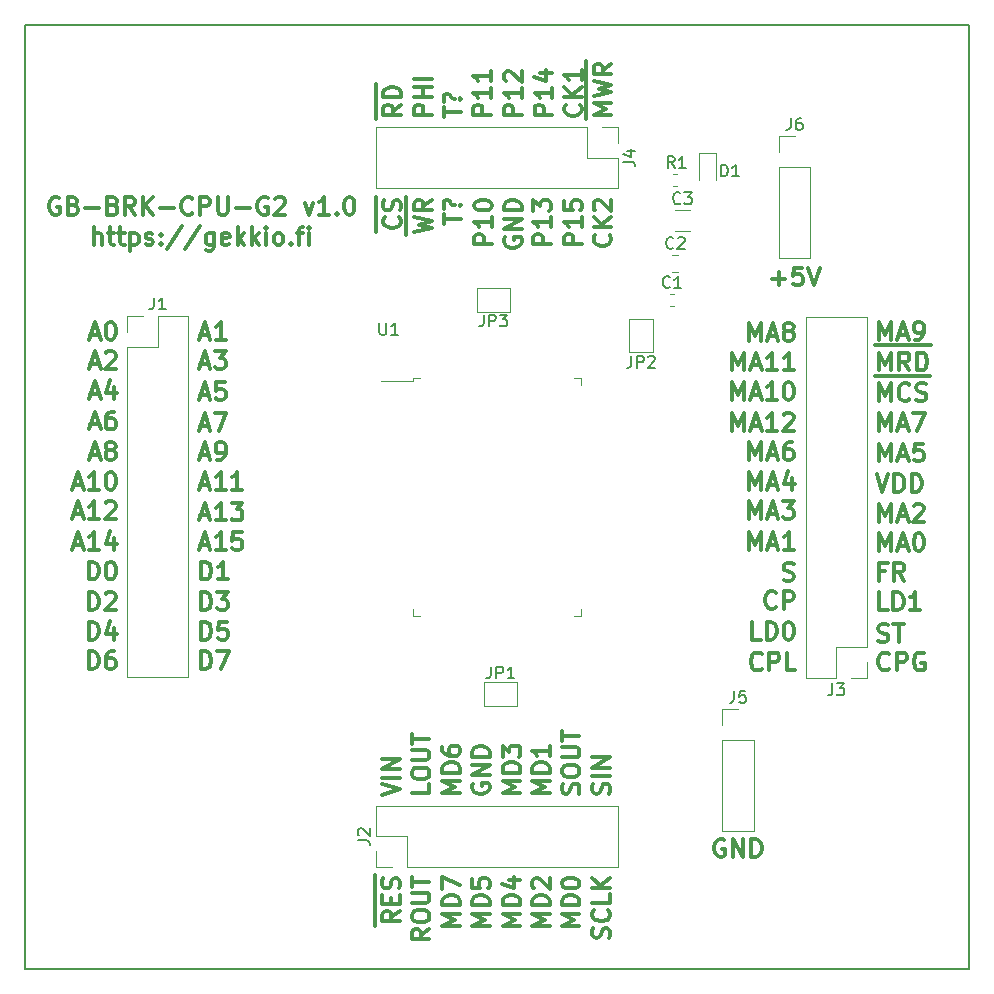
<source format=gbr>
G04 #@! TF.GenerationSoftware,KiCad,Pcbnew,5.0.2-bee76a0~70~ubuntu18.10.1*
G04 #@! TF.CreationDate,2019-01-06T00:10:16+02:00*
G04 #@! TF.ProjectId,GB-BRK-CPU-G2,47422d42-524b-42d4-9350-552d47322e6b,v1.0*
G04 #@! TF.SameCoordinates,Original*
G04 #@! TF.FileFunction,Legend,Top*
G04 #@! TF.FilePolarity,Positive*
%FSLAX46Y46*%
G04 Gerber Fmt 4.6, Leading zero omitted, Abs format (unit mm)*
G04 Created by KiCad (PCBNEW 5.0.2-bee76a0~70~ubuntu18.10.1) date su  6. tammikuuta 2019 00.10.16*
%MOMM*%
%LPD*%
G01*
G04 APERTURE LIST*
%ADD10C,0.300000*%
%ADD11C,0.150000*%
%ADD12C,0.120000*%
G04 APERTURE END LIST*
D10*
X123271428Y-81507142D02*
X124414285Y-81507142D01*
X123842857Y-82078571D02*
X123842857Y-80935714D01*
X125842857Y-80578571D02*
X125128571Y-80578571D01*
X125057142Y-81292857D01*
X125128571Y-81221428D01*
X125271428Y-81150000D01*
X125628571Y-81150000D01*
X125771428Y-81221428D01*
X125842857Y-81292857D01*
X125914285Y-81435714D01*
X125914285Y-81792857D01*
X125842857Y-81935714D01*
X125771428Y-82007142D01*
X125628571Y-82078571D01*
X125271428Y-82078571D01*
X125128571Y-82007142D01*
X125057142Y-81935714D01*
X126342857Y-80578571D02*
X126842857Y-82078571D01*
X127342857Y-80578571D01*
X121333571Y-86778571D02*
X121333571Y-85278571D01*
X121833571Y-86350000D01*
X122333571Y-85278571D01*
X122333571Y-86778571D01*
X122976428Y-86350000D02*
X123690714Y-86350000D01*
X122833571Y-86778571D02*
X123333571Y-85278571D01*
X123833571Y-86778571D01*
X124547857Y-85921428D02*
X124405000Y-85850000D01*
X124333571Y-85778571D01*
X124262142Y-85635714D01*
X124262142Y-85564285D01*
X124333571Y-85421428D01*
X124405000Y-85350000D01*
X124547857Y-85278571D01*
X124833571Y-85278571D01*
X124976428Y-85350000D01*
X125047857Y-85421428D01*
X125119285Y-85564285D01*
X125119285Y-85635714D01*
X125047857Y-85778571D01*
X124976428Y-85850000D01*
X124833571Y-85921428D01*
X124547857Y-85921428D01*
X124405000Y-85992857D01*
X124333571Y-86064285D01*
X124262142Y-86207142D01*
X124262142Y-86492857D01*
X124333571Y-86635714D01*
X124405000Y-86707142D01*
X124547857Y-86778571D01*
X124833571Y-86778571D01*
X124976428Y-86707142D01*
X125047857Y-86635714D01*
X125119285Y-86492857D01*
X125119285Y-86207142D01*
X125047857Y-86064285D01*
X124976428Y-85992857D01*
X124833571Y-85921428D01*
X119905000Y-89278571D02*
X119905000Y-87778571D01*
X120405000Y-88850000D01*
X120905000Y-87778571D01*
X120905000Y-89278571D01*
X121547857Y-88850000D02*
X122262142Y-88850000D01*
X121405000Y-89278571D02*
X121905000Y-87778571D01*
X122405000Y-89278571D01*
X123690714Y-89278571D02*
X122833571Y-89278571D01*
X123262142Y-89278571D02*
X123262142Y-87778571D01*
X123119285Y-87992857D01*
X122976428Y-88135714D01*
X122833571Y-88207142D01*
X125119285Y-89278571D02*
X124262142Y-89278571D01*
X124690714Y-89278571D02*
X124690714Y-87778571D01*
X124547857Y-87992857D01*
X124405000Y-88135714D01*
X124262142Y-88207142D01*
X132352142Y-86678571D02*
X132352142Y-85178571D01*
X132852142Y-86250000D01*
X133352142Y-85178571D01*
X133352142Y-86678571D01*
X133995000Y-86250000D02*
X134709285Y-86250000D01*
X133852142Y-86678571D02*
X134352142Y-85178571D01*
X134852142Y-86678571D01*
X135423571Y-86678571D02*
X135709285Y-86678571D01*
X135852142Y-86607142D01*
X135923571Y-86535714D01*
X136066428Y-86321428D01*
X136137857Y-86035714D01*
X136137857Y-85464285D01*
X136066428Y-85321428D01*
X135995000Y-85250000D01*
X135852142Y-85178571D01*
X135566428Y-85178571D01*
X135423571Y-85250000D01*
X135352142Y-85321428D01*
X135280714Y-85464285D01*
X135280714Y-85821428D01*
X135352142Y-85964285D01*
X135423571Y-86035714D01*
X135566428Y-86107142D01*
X135852142Y-86107142D01*
X135995000Y-86035714D01*
X136066428Y-85964285D01*
X136137857Y-85821428D01*
X131995000Y-87130000D02*
X133709285Y-87130000D01*
X132352142Y-89278571D02*
X132352142Y-87778571D01*
X132852142Y-88850000D01*
X133352142Y-87778571D01*
X133352142Y-89278571D01*
X133709285Y-87130000D02*
X135209285Y-87130000D01*
X134923571Y-89278571D02*
X134423571Y-88564285D01*
X134066428Y-89278571D02*
X134066428Y-87778571D01*
X134637857Y-87778571D01*
X134780714Y-87850000D01*
X134852142Y-87921428D01*
X134923571Y-88064285D01*
X134923571Y-88278571D01*
X134852142Y-88421428D01*
X134780714Y-88492857D01*
X134637857Y-88564285D01*
X134066428Y-88564285D01*
X135209285Y-87130000D02*
X136709285Y-87130000D01*
X135566428Y-89278571D02*
X135566428Y-87778571D01*
X135923571Y-87778571D01*
X136137857Y-87850000D01*
X136280714Y-87992857D01*
X136352142Y-88135714D01*
X136423571Y-88421428D01*
X136423571Y-88635714D01*
X136352142Y-88921428D01*
X136280714Y-89064285D01*
X136137857Y-89207142D01*
X135923571Y-89278571D01*
X135566428Y-89278571D01*
X74952142Y-114578571D02*
X74952142Y-113078571D01*
X75309285Y-113078571D01*
X75523571Y-113150000D01*
X75666428Y-113292857D01*
X75737857Y-113435714D01*
X75809285Y-113721428D01*
X75809285Y-113935714D01*
X75737857Y-114221428D01*
X75666428Y-114364285D01*
X75523571Y-114507142D01*
X75309285Y-114578571D01*
X74952142Y-114578571D01*
X76309285Y-113078571D02*
X77309285Y-113078571D01*
X76666428Y-114578571D01*
X74952142Y-112078571D02*
X74952142Y-110578571D01*
X75309285Y-110578571D01*
X75523571Y-110650000D01*
X75666428Y-110792857D01*
X75737857Y-110935714D01*
X75809285Y-111221428D01*
X75809285Y-111435714D01*
X75737857Y-111721428D01*
X75666428Y-111864285D01*
X75523571Y-112007142D01*
X75309285Y-112078571D01*
X74952142Y-112078571D01*
X77166428Y-110578571D02*
X76452142Y-110578571D01*
X76380714Y-111292857D01*
X76452142Y-111221428D01*
X76595000Y-111150000D01*
X76952142Y-111150000D01*
X77095000Y-111221428D01*
X77166428Y-111292857D01*
X77237857Y-111435714D01*
X77237857Y-111792857D01*
X77166428Y-111935714D01*
X77095000Y-112007142D01*
X76952142Y-112078571D01*
X76595000Y-112078571D01*
X76452142Y-112007142D01*
X76380714Y-111935714D01*
X65433571Y-114578571D02*
X65433571Y-113078571D01*
X65790714Y-113078571D01*
X66005000Y-113150000D01*
X66147857Y-113292857D01*
X66219285Y-113435714D01*
X66290714Y-113721428D01*
X66290714Y-113935714D01*
X66219285Y-114221428D01*
X66147857Y-114364285D01*
X66005000Y-114507142D01*
X65790714Y-114578571D01*
X65433571Y-114578571D01*
X67576428Y-113078571D02*
X67290714Y-113078571D01*
X67147857Y-113150000D01*
X67076428Y-113221428D01*
X66933571Y-113435714D01*
X66862142Y-113721428D01*
X66862142Y-114292857D01*
X66933571Y-114435714D01*
X67005000Y-114507142D01*
X67147857Y-114578571D01*
X67433571Y-114578571D01*
X67576428Y-114507142D01*
X67647857Y-114435714D01*
X67719285Y-114292857D01*
X67719285Y-113935714D01*
X67647857Y-113792857D01*
X67576428Y-113721428D01*
X67433571Y-113650000D01*
X67147857Y-113650000D01*
X67005000Y-113721428D01*
X66933571Y-113792857D01*
X66862142Y-113935714D01*
X65433571Y-112078571D02*
X65433571Y-110578571D01*
X65790714Y-110578571D01*
X66005000Y-110650000D01*
X66147857Y-110792857D01*
X66219285Y-110935714D01*
X66290714Y-111221428D01*
X66290714Y-111435714D01*
X66219285Y-111721428D01*
X66147857Y-111864285D01*
X66005000Y-112007142D01*
X65790714Y-112078571D01*
X65433571Y-112078571D01*
X67576428Y-111078571D02*
X67576428Y-112078571D01*
X67219285Y-110507142D02*
X66862142Y-111578571D01*
X67790714Y-111578571D01*
X62928571Y-74675000D02*
X62785714Y-74603571D01*
X62571428Y-74603571D01*
X62357142Y-74675000D01*
X62214285Y-74817857D01*
X62142857Y-74960714D01*
X62071428Y-75246428D01*
X62071428Y-75460714D01*
X62142857Y-75746428D01*
X62214285Y-75889285D01*
X62357142Y-76032142D01*
X62571428Y-76103571D01*
X62714285Y-76103571D01*
X62928571Y-76032142D01*
X63000000Y-75960714D01*
X63000000Y-75460714D01*
X62714285Y-75460714D01*
X64142857Y-75317857D02*
X64357142Y-75389285D01*
X64428571Y-75460714D01*
X64500000Y-75603571D01*
X64500000Y-75817857D01*
X64428571Y-75960714D01*
X64357142Y-76032142D01*
X64214285Y-76103571D01*
X63642857Y-76103571D01*
X63642857Y-74603571D01*
X64142857Y-74603571D01*
X64285714Y-74675000D01*
X64357142Y-74746428D01*
X64428571Y-74889285D01*
X64428571Y-75032142D01*
X64357142Y-75175000D01*
X64285714Y-75246428D01*
X64142857Y-75317857D01*
X63642857Y-75317857D01*
X65142857Y-75532142D02*
X66285714Y-75532142D01*
X67500000Y-75317857D02*
X67714285Y-75389285D01*
X67785714Y-75460714D01*
X67857142Y-75603571D01*
X67857142Y-75817857D01*
X67785714Y-75960714D01*
X67714285Y-76032142D01*
X67571428Y-76103571D01*
X67000000Y-76103571D01*
X67000000Y-74603571D01*
X67500000Y-74603571D01*
X67642857Y-74675000D01*
X67714285Y-74746428D01*
X67785714Y-74889285D01*
X67785714Y-75032142D01*
X67714285Y-75175000D01*
X67642857Y-75246428D01*
X67500000Y-75317857D01*
X67000000Y-75317857D01*
X69357142Y-76103571D02*
X68857142Y-75389285D01*
X68500000Y-76103571D02*
X68500000Y-74603571D01*
X69071428Y-74603571D01*
X69214285Y-74675000D01*
X69285714Y-74746428D01*
X69357142Y-74889285D01*
X69357142Y-75103571D01*
X69285714Y-75246428D01*
X69214285Y-75317857D01*
X69071428Y-75389285D01*
X68500000Y-75389285D01*
X70000000Y-76103571D02*
X70000000Y-74603571D01*
X70857142Y-76103571D02*
X70214285Y-75246428D01*
X70857142Y-74603571D02*
X70000000Y-75460714D01*
X71500000Y-75532142D02*
X72642857Y-75532142D01*
X74214285Y-75960714D02*
X74142857Y-76032142D01*
X73928571Y-76103571D01*
X73785714Y-76103571D01*
X73571428Y-76032142D01*
X73428571Y-75889285D01*
X73357142Y-75746428D01*
X73285714Y-75460714D01*
X73285714Y-75246428D01*
X73357142Y-74960714D01*
X73428571Y-74817857D01*
X73571428Y-74675000D01*
X73785714Y-74603571D01*
X73928571Y-74603571D01*
X74142857Y-74675000D01*
X74214285Y-74746428D01*
X74857142Y-76103571D02*
X74857142Y-74603571D01*
X75428571Y-74603571D01*
X75571428Y-74675000D01*
X75642857Y-74746428D01*
X75714285Y-74889285D01*
X75714285Y-75103571D01*
X75642857Y-75246428D01*
X75571428Y-75317857D01*
X75428571Y-75389285D01*
X74857142Y-75389285D01*
X76357142Y-74603571D02*
X76357142Y-75817857D01*
X76428571Y-75960714D01*
X76500000Y-76032142D01*
X76642857Y-76103571D01*
X76928571Y-76103571D01*
X77071428Y-76032142D01*
X77142857Y-75960714D01*
X77214285Y-75817857D01*
X77214285Y-74603571D01*
X77928571Y-75532142D02*
X79071428Y-75532142D01*
X80571428Y-74675000D02*
X80428571Y-74603571D01*
X80214285Y-74603571D01*
X80000000Y-74675000D01*
X79857142Y-74817857D01*
X79785714Y-74960714D01*
X79714285Y-75246428D01*
X79714285Y-75460714D01*
X79785714Y-75746428D01*
X79857142Y-75889285D01*
X80000000Y-76032142D01*
X80214285Y-76103571D01*
X80357142Y-76103571D01*
X80571428Y-76032142D01*
X80642857Y-75960714D01*
X80642857Y-75460714D01*
X80357142Y-75460714D01*
X81214285Y-74746428D02*
X81285714Y-74675000D01*
X81428571Y-74603571D01*
X81785714Y-74603571D01*
X81928571Y-74675000D01*
X82000000Y-74746428D01*
X82071428Y-74889285D01*
X82071428Y-75032142D01*
X82000000Y-75246428D01*
X81142857Y-76103571D01*
X82071428Y-76103571D01*
X83714285Y-75103571D02*
X84071428Y-76103571D01*
X84428571Y-75103571D01*
X85785714Y-76103571D02*
X84928571Y-76103571D01*
X85357142Y-76103571D02*
X85357142Y-74603571D01*
X85214285Y-74817857D01*
X85071428Y-74960714D01*
X84928571Y-75032142D01*
X86428571Y-75960714D02*
X86500000Y-76032142D01*
X86428571Y-76103571D01*
X86357142Y-76032142D01*
X86428571Y-75960714D01*
X86428571Y-76103571D01*
X87428571Y-74603571D02*
X87571428Y-74603571D01*
X87714285Y-74675000D01*
X87785714Y-74746428D01*
X87857142Y-74889285D01*
X87928571Y-75175000D01*
X87928571Y-75532142D01*
X87857142Y-75817857D01*
X87785714Y-75960714D01*
X87714285Y-76032142D01*
X87571428Y-76103571D01*
X87428571Y-76103571D01*
X87285714Y-76032142D01*
X87214285Y-75960714D01*
X87142857Y-75817857D01*
X87071428Y-75532142D01*
X87071428Y-75175000D01*
X87142857Y-74889285D01*
X87214285Y-74746428D01*
X87285714Y-74675000D01*
X87428571Y-74603571D01*
X65892857Y-78653571D02*
X65892857Y-77153571D01*
X66535714Y-78653571D02*
X66535714Y-77867857D01*
X66464285Y-77725000D01*
X66321428Y-77653571D01*
X66107142Y-77653571D01*
X65964285Y-77725000D01*
X65892857Y-77796428D01*
X67035714Y-77653571D02*
X67607142Y-77653571D01*
X67250000Y-77153571D02*
X67250000Y-78439285D01*
X67321428Y-78582142D01*
X67464285Y-78653571D01*
X67607142Y-78653571D01*
X67892857Y-77653571D02*
X68464285Y-77653571D01*
X68107142Y-77153571D02*
X68107142Y-78439285D01*
X68178571Y-78582142D01*
X68321428Y-78653571D01*
X68464285Y-78653571D01*
X68964285Y-77653571D02*
X68964285Y-79153571D01*
X68964285Y-77725000D02*
X69107142Y-77653571D01*
X69392857Y-77653571D01*
X69535714Y-77725000D01*
X69607142Y-77796428D01*
X69678571Y-77939285D01*
X69678571Y-78367857D01*
X69607142Y-78510714D01*
X69535714Y-78582142D01*
X69392857Y-78653571D01*
X69107142Y-78653571D01*
X68964285Y-78582142D01*
X70250000Y-78582142D02*
X70392857Y-78653571D01*
X70678571Y-78653571D01*
X70821428Y-78582142D01*
X70892857Y-78439285D01*
X70892857Y-78367857D01*
X70821428Y-78225000D01*
X70678571Y-78153571D01*
X70464285Y-78153571D01*
X70321428Y-78082142D01*
X70250000Y-77939285D01*
X70250000Y-77867857D01*
X70321428Y-77725000D01*
X70464285Y-77653571D01*
X70678571Y-77653571D01*
X70821428Y-77725000D01*
X71535714Y-78510714D02*
X71607142Y-78582142D01*
X71535714Y-78653571D01*
X71464285Y-78582142D01*
X71535714Y-78510714D01*
X71535714Y-78653571D01*
X71535714Y-77725000D02*
X71607142Y-77796428D01*
X71535714Y-77867857D01*
X71464285Y-77796428D01*
X71535714Y-77725000D01*
X71535714Y-77867857D01*
X73321428Y-77082142D02*
X72035714Y-79010714D01*
X74892857Y-77082142D02*
X73607142Y-79010714D01*
X76035714Y-77653571D02*
X76035714Y-78867857D01*
X75964285Y-79010714D01*
X75892857Y-79082142D01*
X75750000Y-79153571D01*
X75535714Y-79153571D01*
X75392857Y-79082142D01*
X76035714Y-78582142D02*
X75892857Y-78653571D01*
X75607142Y-78653571D01*
X75464285Y-78582142D01*
X75392857Y-78510714D01*
X75321428Y-78367857D01*
X75321428Y-77939285D01*
X75392857Y-77796428D01*
X75464285Y-77725000D01*
X75607142Y-77653571D01*
X75892857Y-77653571D01*
X76035714Y-77725000D01*
X77321428Y-78582142D02*
X77178571Y-78653571D01*
X76892857Y-78653571D01*
X76750000Y-78582142D01*
X76678571Y-78439285D01*
X76678571Y-77867857D01*
X76750000Y-77725000D01*
X76892857Y-77653571D01*
X77178571Y-77653571D01*
X77321428Y-77725000D01*
X77392857Y-77867857D01*
X77392857Y-78010714D01*
X76678571Y-78153571D01*
X78035714Y-78653571D02*
X78035714Y-77153571D01*
X78178571Y-78082142D02*
X78607142Y-78653571D01*
X78607142Y-77653571D02*
X78035714Y-78225000D01*
X79250000Y-78653571D02*
X79250000Y-77153571D01*
X79392857Y-78082142D02*
X79821428Y-78653571D01*
X79821428Y-77653571D02*
X79250000Y-78225000D01*
X80464285Y-78653571D02*
X80464285Y-77653571D01*
X80464285Y-77153571D02*
X80392857Y-77225000D01*
X80464285Y-77296428D01*
X80535714Y-77225000D01*
X80464285Y-77153571D01*
X80464285Y-77296428D01*
X81392857Y-78653571D02*
X81250000Y-78582142D01*
X81178571Y-78510714D01*
X81107142Y-78367857D01*
X81107142Y-77939285D01*
X81178571Y-77796428D01*
X81250000Y-77725000D01*
X81392857Y-77653571D01*
X81607142Y-77653571D01*
X81750000Y-77725000D01*
X81821428Y-77796428D01*
X81892857Y-77939285D01*
X81892857Y-78367857D01*
X81821428Y-78510714D01*
X81750000Y-78582142D01*
X81607142Y-78653571D01*
X81392857Y-78653571D01*
X82535714Y-78510714D02*
X82607142Y-78582142D01*
X82535714Y-78653571D01*
X82464285Y-78582142D01*
X82535714Y-78510714D01*
X82535714Y-78653571D01*
X83035714Y-77653571D02*
X83607142Y-77653571D01*
X83250000Y-78653571D02*
X83250000Y-77367857D01*
X83321428Y-77225000D01*
X83464285Y-77153571D01*
X83607142Y-77153571D01*
X84107142Y-78653571D02*
X84107142Y-77653571D01*
X84107142Y-77153571D02*
X84035714Y-77225000D01*
X84107142Y-77296428D01*
X84178571Y-77225000D01*
X84107142Y-77153571D01*
X84107142Y-77296428D01*
X119257142Y-129050000D02*
X119114285Y-128978571D01*
X118900000Y-128978571D01*
X118685714Y-129050000D01*
X118542857Y-129192857D01*
X118471428Y-129335714D01*
X118400000Y-129621428D01*
X118400000Y-129835714D01*
X118471428Y-130121428D01*
X118542857Y-130264285D01*
X118685714Y-130407142D01*
X118900000Y-130478571D01*
X119042857Y-130478571D01*
X119257142Y-130407142D01*
X119328571Y-130335714D01*
X119328571Y-129835714D01*
X119042857Y-129835714D01*
X119971428Y-130478571D02*
X119971428Y-128978571D01*
X120828571Y-130478571D01*
X120828571Y-128978571D01*
X121542857Y-130478571D02*
X121542857Y-128978571D01*
X121900000Y-128978571D01*
X122114285Y-129050000D01*
X122257142Y-129192857D01*
X122328571Y-129335714D01*
X122400000Y-129621428D01*
X122400000Y-129835714D01*
X122328571Y-130121428D01*
X122257142Y-130264285D01*
X122114285Y-130407142D01*
X121900000Y-130478571D01*
X121542857Y-130478571D01*
X89730000Y-77523571D02*
X89730000Y-76023571D01*
X91735714Y-76309285D02*
X91807142Y-76380714D01*
X91878571Y-76595000D01*
X91878571Y-76737857D01*
X91807142Y-76952142D01*
X91664285Y-77095000D01*
X91521428Y-77166428D01*
X91235714Y-77237857D01*
X91021428Y-77237857D01*
X90735714Y-77166428D01*
X90592857Y-77095000D01*
X90450000Y-76952142D01*
X90378571Y-76737857D01*
X90378571Y-76595000D01*
X90450000Y-76380714D01*
X90521428Y-76309285D01*
X89730000Y-76023571D02*
X89730000Y-74595000D01*
X91807142Y-75737857D02*
X91878571Y-75523571D01*
X91878571Y-75166428D01*
X91807142Y-75023571D01*
X91735714Y-74952142D01*
X91592857Y-74880714D01*
X91450000Y-74880714D01*
X91307142Y-74952142D01*
X91235714Y-75023571D01*
X91164285Y-75166428D01*
X91092857Y-75452142D01*
X91021428Y-75595000D01*
X90950000Y-75666428D01*
X90807142Y-75737857D01*
X90664285Y-75737857D01*
X90521428Y-75666428D01*
X90450000Y-75595000D01*
X90378571Y-75452142D01*
X90378571Y-75095000D01*
X90450000Y-74880714D01*
X92330000Y-77809285D02*
X92330000Y-76095000D01*
X92978571Y-77595000D02*
X94478571Y-77237857D01*
X93407142Y-76952142D01*
X94478571Y-76666428D01*
X92978571Y-76309285D01*
X92330000Y-76095000D02*
X92330000Y-74595000D01*
X94478571Y-74880714D02*
X93764285Y-75380714D01*
X94478571Y-75737857D02*
X92978571Y-75737857D01*
X92978571Y-75166428D01*
X93050000Y-75023571D01*
X93121428Y-74952142D01*
X93264285Y-74880714D01*
X93478571Y-74880714D01*
X93621428Y-74952142D01*
X93692857Y-75023571D01*
X93764285Y-75166428D01*
X93764285Y-75737857D01*
X95478571Y-76880714D02*
X95478571Y-76023571D01*
X96978571Y-76452142D02*
X95478571Y-76452142D01*
X96835714Y-75309285D02*
X96907142Y-75237857D01*
X96978571Y-75309285D01*
X96907142Y-75380714D01*
X96835714Y-75309285D01*
X96978571Y-75309285D01*
X95550000Y-75595000D02*
X95478571Y-75452142D01*
X95478571Y-75095000D01*
X95550000Y-74952142D01*
X95692857Y-74880714D01*
X95835714Y-74880714D01*
X95978571Y-74952142D01*
X96050000Y-75023571D01*
X96121428Y-75166428D01*
X96192857Y-75237857D01*
X96335714Y-75309285D01*
X96407142Y-75309285D01*
X99578571Y-78595000D02*
X98078571Y-78595000D01*
X98078571Y-78023571D01*
X98150000Y-77880714D01*
X98221428Y-77809285D01*
X98364285Y-77737857D01*
X98578571Y-77737857D01*
X98721428Y-77809285D01*
X98792857Y-77880714D01*
X98864285Y-78023571D01*
X98864285Y-78595000D01*
X99578571Y-76309285D02*
X99578571Y-77166428D01*
X99578571Y-76737857D02*
X98078571Y-76737857D01*
X98292857Y-76880714D01*
X98435714Y-77023571D01*
X98507142Y-77166428D01*
X98078571Y-75380714D02*
X98078571Y-75237857D01*
X98150000Y-75095000D01*
X98221428Y-75023571D01*
X98364285Y-74952142D01*
X98650000Y-74880714D01*
X99007142Y-74880714D01*
X99292857Y-74952142D01*
X99435714Y-75023571D01*
X99507142Y-75095000D01*
X99578571Y-75237857D01*
X99578571Y-75380714D01*
X99507142Y-75523571D01*
X99435714Y-75595000D01*
X99292857Y-75666428D01*
X99007142Y-75737857D01*
X98650000Y-75737857D01*
X98364285Y-75666428D01*
X98221428Y-75595000D01*
X98150000Y-75523571D01*
X98078571Y-75380714D01*
X100650000Y-78023571D02*
X100578571Y-78166428D01*
X100578571Y-78380714D01*
X100650000Y-78595000D01*
X100792857Y-78737857D01*
X100935714Y-78809285D01*
X101221428Y-78880714D01*
X101435714Y-78880714D01*
X101721428Y-78809285D01*
X101864285Y-78737857D01*
X102007142Y-78595000D01*
X102078571Y-78380714D01*
X102078571Y-78237857D01*
X102007142Y-78023571D01*
X101935714Y-77952142D01*
X101435714Y-77952142D01*
X101435714Y-78237857D01*
X102078571Y-77309285D02*
X100578571Y-77309285D01*
X102078571Y-76452142D01*
X100578571Y-76452142D01*
X102078571Y-75737857D02*
X100578571Y-75737857D01*
X100578571Y-75380714D01*
X100650000Y-75166428D01*
X100792857Y-75023571D01*
X100935714Y-74952142D01*
X101221428Y-74880714D01*
X101435714Y-74880714D01*
X101721428Y-74952142D01*
X101864285Y-75023571D01*
X102007142Y-75166428D01*
X102078571Y-75380714D01*
X102078571Y-75737857D01*
X104578571Y-78595000D02*
X103078571Y-78595000D01*
X103078571Y-78023571D01*
X103150000Y-77880714D01*
X103221428Y-77809285D01*
X103364285Y-77737857D01*
X103578571Y-77737857D01*
X103721428Y-77809285D01*
X103792857Y-77880714D01*
X103864285Y-78023571D01*
X103864285Y-78595000D01*
X104578571Y-76309285D02*
X104578571Y-77166428D01*
X104578571Y-76737857D02*
X103078571Y-76737857D01*
X103292857Y-76880714D01*
X103435714Y-77023571D01*
X103507142Y-77166428D01*
X103078571Y-75809285D02*
X103078571Y-74880714D01*
X103650000Y-75380714D01*
X103650000Y-75166428D01*
X103721428Y-75023571D01*
X103792857Y-74952142D01*
X103935714Y-74880714D01*
X104292857Y-74880714D01*
X104435714Y-74952142D01*
X104507142Y-75023571D01*
X104578571Y-75166428D01*
X104578571Y-75595000D01*
X104507142Y-75737857D01*
X104435714Y-75809285D01*
X107178571Y-78595000D02*
X105678571Y-78595000D01*
X105678571Y-78023571D01*
X105750000Y-77880714D01*
X105821428Y-77809285D01*
X105964285Y-77737857D01*
X106178571Y-77737857D01*
X106321428Y-77809285D01*
X106392857Y-77880714D01*
X106464285Y-78023571D01*
X106464285Y-78595000D01*
X107178571Y-76309285D02*
X107178571Y-77166428D01*
X107178571Y-76737857D02*
X105678571Y-76737857D01*
X105892857Y-76880714D01*
X106035714Y-77023571D01*
X106107142Y-77166428D01*
X105678571Y-74952142D02*
X105678571Y-75666428D01*
X106392857Y-75737857D01*
X106321428Y-75666428D01*
X106250000Y-75523571D01*
X106250000Y-75166428D01*
X106321428Y-75023571D01*
X106392857Y-74952142D01*
X106535714Y-74880714D01*
X106892857Y-74880714D01*
X107035714Y-74952142D01*
X107107142Y-75023571D01*
X107178571Y-75166428D01*
X107178571Y-75523571D01*
X107107142Y-75666428D01*
X107035714Y-75737857D01*
X109535714Y-77809285D02*
X109607142Y-77880714D01*
X109678571Y-78095000D01*
X109678571Y-78237857D01*
X109607142Y-78452142D01*
X109464285Y-78595000D01*
X109321428Y-78666428D01*
X109035714Y-78737857D01*
X108821428Y-78737857D01*
X108535714Y-78666428D01*
X108392857Y-78595000D01*
X108250000Y-78452142D01*
X108178571Y-78237857D01*
X108178571Y-78095000D01*
X108250000Y-77880714D01*
X108321428Y-77809285D01*
X109678571Y-77166428D02*
X108178571Y-77166428D01*
X109678571Y-76309285D02*
X108821428Y-76952142D01*
X108178571Y-76309285D02*
X109035714Y-77166428D01*
X108321428Y-75737857D02*
X108250000Y-75666428D01*
X108178571Y-75523571D01*
X108178571Y-75166428D01*
X108250000Y-75023571D01*
X108321428Y-74952142D01*
X108464285Y-74880714D01*
X108607142Y-74880714D01*
X108821428Y-74952142D01*
X109678571Y-75809285D01*
X109678571Y-74880714D01*
X89730000Y-68005000D02*
X89730000Y-66505000D01*
X91878571Y-66790714D02*
X91164285Y-67290714D01*
X91878571Y-67647857D02*
X90378571Y-67647857D01*
X90378571Y-67076428D01*
X90450000Y-66933571D01*
X90521428Y-66862142D01*
X90664285Y-66790714D01*
X90878571Y-66790714D01*
X91021428Y-66862142D01*
X91092857Y-66933571D01*
X91164285Y-67076428D01*
X91164285Y-67647857D01*
X89730000Y-66505000D02*
X89730000Y-65005000D01*
X91878571Y-66147857D02*
X90378571Y-66147857D01*
X90378571Y-65790714D01*
X90450000Y-65576428D01*
X90592857Y-65433571D01*
X90735714Y-65362142D01*
X91021428Y-65290714D01*
X91235714Y-65290714D01*
X91521428Y-65362142D01*
X91664285Y-65433571D01*
X91807142Y-65576428D01*
X91878571Y-65790714D01*
X91878571Y-66147857D01*
X94478571Y-67647857D02*
X92978571Y-67647857D01*
X92978571Y-67076428D01*
X93050000Y-66933571D01*
X93121428Y-66862142D01*
X93264285Y-66790714D01*
X93478571Y-66790714D01*
X93621428Y-66862142D01*
X93692857Y-66933571D01*
X93764285Y-67076428D01*
X93764285Y-67647857D01*
X94478571Y-66147857D02*
X92978571Y-66147857D01*
X93692857Y-66147857D02*
X93692857Y-65290714D01*
X94478571Y-65290714D02*
X92978571Y-65290714D01*
X94478571Y-64576428D02*
X92978571Y-64576428D01*
X95478571Y-67862142D02*
X95478571Y-67005000D01*
X96978571Y-67433571D02*
X95478571Y-67433571D01*
X96835714Y-66290714D02*
X96907142Y-66219285D01*
X96978571Y-66290714D01*
X96907142Y-66362142D01*
X96835714Y-66290714D01*
X96978571Y-66290714D01*
X95550000Y-66576428D02*
X95478571Y-66433571D01*
X95478571Y-66076428D01*
X95550000Y-65933571D01*
X95692857Y-65862142D01*
X95835714Y-65862142D01*
X95978571Y-65933571D01*
X96050000Y-66005000D01*
X96121428Y-66147857D01*
X96192857Y-66219285D01*
X96335714Y-66290714D01*
X96407142Y-66290714D01*
X99478571Y-67647857D02*
X97978571Y-67647857D01*
X97978571Y-67076428D01*
X98050000Y-66933571D01*
X98121428Y-66862142D01*
X98264285Y-66790714D01*
X98478571Y-66790714D01*
X98621428Y-66862142D01*
X98692857Y-66933571D01*
X98764285Y-67076428D01*
X98764285Y-67647857D01*
X99478571Y-65362142D02*
X99478571Y-66219285D01*
X99478571Y-65790714D02*
X97978571Y-65790714D01*
X98192857Y-65933571D01*
X98335714Y-66076428D01*
X98407142Y-66219285D01*
X99478571Y-63933571D02*
X99478571Y-64790714D01*
X99478571Y-64362142D02*
X97978571Y-64362142D01*
X98192857Y-64505000D01*
X98335714Y-64647857D01*
X98407142Y-64790714D01*
X102078571Y-67647857D02*
X100578571Y-67647857D01*
X100578571Y-67076428D01*
X100650000Y-66933571D01*
X100721428Y-66862142D01*
X100864285Y-66790714D01*
X101078571Y-66790714D01*
X101221428Y-66862142D01*
X101292857Y-66933571D01*
X101364285Y-67076428D01*
X101364285Y-67647857D01*
X102078571Y-65362142D02*
X102078571Y-66219285D01*
X102078571Y-65790714D02*
X100578571Y-65790714D01*
X100792857Y-65933571D01*
X100935714Y-66076428D01*
X101007142Y-66219285D01*
X100721428Y-64790714D02*
X100650000Y-64719285D01*
X100578571Y-64576428D01*
X100578571Y-64219285D01*
X100650000Y-64076428D01*
X100721428Y-64005000D01*
X100864285Y-63933571D01*
X101007142Y-63933571D01*
X101221428Y-64005000D01*
X102078571Y-64862142D01*
X102078571Y-63933571D01*
X104678571Y-67647857D02*
X103178571Y-67647857D01*
X103178571Y-67076428D01*
X103250000Y-66933571D01*
X103321428Y-66862142D01*
X103464285Y-66790714D01*
X103678571Y-66790714D01*
X103821428Y-66862142D01*
X103892857Y-66933571D01*
X103964285Y-67076428D01*
X103964285Y-67647857D01*
X104678571Y-65362142D02*
X104678571Y-66219285D01*
X104678571Y-65790714D02*
X103178571Y-65790714D01*
X103392857Y-65933571D01*
X103535714Y-66076428D01*
X103607142Y-66219285D01*
X103678571Y-64076428D02*
X104678571Y-64076428D01*
X103107142Y-64433571D02*
X104178571Y-64790714D01*
X104178571Y-63862142D01*
X107035714Y-66790714D02*
X107107142Y-66862142D01*
X107178571Y-67076428D01*
X107178571Y-67219285D01*
X107107142Y-67433571D01*
X106964285Y-67576428D01*
X106821428Y-67647857D01*
X106535714Y-67719285D01*
X106321428Y-67719285D01*
X106035714Y-67647857D01*
X105892857Y-67576428D01*
X105750000Y-67433571D01*
X105678571Y-67219285D01*
X105678571Y-67076428D01*
X105750000Y-66862142D01*
X105821428Y-66790714D01*
X107178571Y-66147857D02*
X105678571Y-66147857D01*
X107178571Y-65290714D02*
X106321428Y-65933571D01*
X105678571Y-65290714D02*
X106535714Y-66147857D01*
X107178571Y-63862142D02*
X107178571Y-64719285D01*
X107178571Y-64290714D02*
X105678571Y-64290714D01*
X105892857Y-64433571D01*
X106035714Y-64576428D01*
X106107142Y-64719285D01*
X107530000Y-68005000D02*
X107530000Y-66290714D01*
X109678571Y-67647857D02*
X108178571Y-67647857D01*
X109250000Y-67147857D01*
X108178571Y-66647857D01*
X109678571Y-66647857D01*
X107530000Y-66290714D02*
X107530000Y-64576428D01*
X108178571Y-66076428D02*
X109678571Y-65719285D01*
X108607142Y-65433571D01*
X109678571Y-65147857D01*
X108178571Y-64790714D01*
X107530000Y-64576428D02*
X107530000Y-63076428D01*
X109678571Y-63362142D02*
X108964285Y-63862142D01*
X109678571Y-64219285D02*
X108178571Y-64219285D01*
X108178571Y-63647857D01*
X108250000Y-63505000D01*
X108321428Y-63433571D01*
X108464285Y-63362142D01*
X108678571Y-63362142D01*
X108821428Y-63433571D01*
X108892857Y-63505000D01*
X108964285Y-63647857D01*
X108964285Y-64219285D01*
X119905000Y-91778571D02*
X119905000Y-90278571D01*
X120405000Y-91350000D01*
X120905000Y-90278571D01*
X120905000Y-91778571D01*
X121547857Y-91350000D02*
X122262142Y-91350000D01*
X121405000Y-91778571D02*
X121905000Y-90278571D01*
X122405000Y-91778571D01*
X123690714Y-91778571D02*
X122833571Y-91778571D01*
X123262142Y-91778571D02*
X123262142Y-90278571D01*
X123119285Y-90492857D01*
X122976428Y-90635714D01*
X122833571Y-90707142D01*
X124619285Y-90278571D02*
X124762142Y-90278571D01*
X124905000Y-90350000D01*
X124976428Y-90421428D01*
X125047857Y-90564285D01*
X125119285Y-90850000D01*
X125119285Y-91207142D01*
X125047857Y-91492857D01*
X124976428Y-91635714D01*
X124905000Y-91707142D01*
X124762142Y-91778571D01*
X124619285Y-91778571D01*
X124476428Y-91707142D01*
X124405000Y-91635714D01*
X124333571Y-91492857D01*
X124262142Y-91207142D01*
X124262142Y-90850000D01*
X124333571Y-90564285D01*
X124405000Y-90421428D01*
X124476428Y-90350000D01*
X124619285Y-90278571D01*
X119905000Y-94378571D02*
X119905000Y-92878571D01*
X120405000Y-93950000D01*
X120905000Y-92878571D01*
X120905000Y-94378571D01*
X121547857Y-93950000D02*
X122262142Y-93950000D01*
X121405000Y-94378571D02*
X121905000Y-92878571D01*
X122405000Y-94378571D01*
X123690714Y-94378571D02*
X122833571Y-94378571D01*
X123262142Y-94378571D02*
X123262142Y-92878571D01*
X123119285Y-93092857D01*
X122976428Y-93235714D01*
X122833571Y-93307142D01*
X124262142Y-93021428D02*
X124333571Y-92950000D01*
X124476428Y-92878571D01*
X124833571Y-92878571D01*
X124976428Y-92950000D01*
X125047857Y-93021428D01*
X125119285Y-93164285D01*
X125119285Y-93307142D01*
X125047857Y-93521428D01*
X124190714Y-94378571D01*
X125119285Y-94378571D01*
X121333571Y-96878571D02*
X121333571Y-95378571D01*
X121833571Y-96450000D01*
X122333571Y-95378571D01*
X122333571Y-96878571D01*
X122976428Y-96450000D02*
X123690714Y-96450000D01*
X122833571Y-96878571D02*
X123333571Y-95378571D01*
X123833571Y-96878571D01*
X124976428Y-95378571D02*
X124690714Y-95378571D01*
X124547857Y-95450000D01*
X124476428Y-95521428D01*
X124333571Y-95735714D01*
X124262142Y-96021428D01*
X124262142Y-96592857D01*
X124333571Y-96735714D01*
X124405000Y-96807142D01*
X124547857Y-96878571D01*
X124833571Y-96878571D01*
X124976428Y-96807142D01*
X125047857Y-96735714D01*
X125119285Y-96592857D01*
X125119285Y-96235714D01*
X125047857Y-96092857D01*
X124976428Y-96021428D01*
X124833571Y-95950000D01*
X124547857Y-95950000D01*
X124405000Y-96021428D01*
X124333571Y-96092857D01*
X124262142Y-96235714D01*
X121333571Y-99378571D02*
X121333571Y-97878571D01*
X121833571Y-98950000D01*
X122333571Y-97878571D01*
X122333571Y-99378571D01*
X122976428Y-98950000D02*
X123690714Y-98950000D01*
X122833571Y-99378571D02*
X123333571Y-97878571D01*
X123833571Y-99378571D01*
X124976428Y-98378571D02*
X124976428Y-99378571D01*
X124619285Y-97807142D02*
X124262142Y-98878571D01*
X125190714Y-98878571D01*
X121333571Y-101878571D02*
X121333571Y-100378571D01*
X121833571Y-101450000D01*
X122333571Y-100378571D01*
X122333571Y-101878571D01*
X122976428Y-101450000D02*
X123690714Y-101450000D01*
X122833571Y-101878571D02*
X123333571Y-100378571D01*
X123833571Y-101878571D01*
X124190714Y-100378571D02*
X125119285Y-100378571D01*
X124619285Y-100950000D01*
X124833571Y-100950000D01*
X124976428Y-101021428D01*
X125047857Y-101092857D01*
X125119285Y-101235714D01*
X125119285Y-101592857D01*
X125047857Y-101735714D01*
X124976428Y-101807142D01*
X124833571Y-101878571D01*
X124405000Y-101878571D01*
X124262142Y-101807142D01*
X124190714Y-101735714D01*
X121333571Y-104478571D02*
X121333571Y-102978571D01*
X121833571Y-104050000D01*
X122333571Y-102978571D01*
X122333571Y-104478571D01*
X122976428Y-104050000D02*
X123690714Y-104050000D01*
X122833571Y-104478571D02*
X123333571Y-102978571D01*
X123833571Y-104478571D01*
X125119285Y-104478571D02*
X124262142Y-104478571D01*
X124690714Y-104478571D02*
X124690714Y-102978571D01*
X124547857Y-103192857D01*
X124405000Y-103335714D01*
X124262142Y-103407142D01*
X124262142Y-107007142D02*
X124476428Y-107078571D01*
X124833571Y-107078571D01*
X124976428Y-107007142D01*
X125047857Y-106935714D01*
X125119285Y-106792857D01*
X125119285Y-106650000D01*
X125047857Y-106507142D01*
X124976428Y-106435714D01*
X124833571Y-106364285D01*
X124547857Y-106292857D01*
X124405000Y-106221428D01*
X124333571Y-106150000D01*
X124262142Y-106007142D01*
X124262142Y-105864285D01*
X124333571Y-105721428D01*
X124405000Y-105650000D01*
X124547857Y-105578571D01*
X124905000Y-105578571D01*
X125119285Y-105650000D01*
X123619285Y-109335714D02*
X123547857Y-109407142D01*
X123333571Y-109478571D01*
X123190714Y-109478571D01*
X122976428Y-109407142D01*
X122833571Y-109264285D01*
X122762142Y-109121428D01*
X122690714Y-108835714D01*
X122690714Y-108621428D01*
X122762142Y-108335714D01*
X122833571Y-108192857D01*
X122976428Y-108050000D01*
X123190714Y-107978571D01*
X123333571Y-107978571D01*
X123547857Y-108050000D01*
X123619285Y-108121428D01*
X124262142Y-109478571D02*
X124262142Y-107978571D01*
X124833571Y-107978571D01*
X124976428Y-108050000D01*
X125047857Y-108121428D01*
X125119285Y-108264285D01*
X125119285Y-108478571D01*
X125047857Y-108621428D01*
X124976428Y-108692857D01*
X124833571Y-108764285D01*
X124262142Y-108764285D01*
X122333571Y-112078571D02*
X121619285Y-112078571D01*
X121619285Y-110578571D01*
X122833571Y-112078571D02*
X122833571Y-110578571D01*
X123190714Y-110578571D01*
X123405000Y-110650000D01*
X123547857Y-110792857D01*
X123619285Y-110935714D01*
X123690714Y-111221428D01*
X123690714Y-111435714D01*
X123619285Y-111721428D01*
X123547857Y-111864285D01*
X123405000Y-112007142D01*
X123190714Y-112078571D01*
X122833571Y-112078571D01*
X124619285Y-110578571D02*
X124762142Y-110578571D01*
X124905000Y-110650000D01*
X124976428Y-110721428D01*
X125047857Y-110864285D01*
X125119285Y-111150000D01*
X125119285Y-111507142D01*
X125047857Y-111792857D01*
X124976428Y-111935714D01*
X124905000Y-112007142D01*
X124762142Y-112078571D01*
X124619285Y-112078571D01*
X124476428Y-112007142D01*
X124405000Y-111935714D01*
X124333571Y-111792857D01*
X124262142Y-111507142D01*
X124262142Y-111150000D01*
X124333571Y-110864285D01*
X124405000Y-110721428D01*
X124476428Y-110650000D01*
X124619285Y-110578571D01*
X122405000Y-114535714D02*
X122333571Y-114607142D01*
X122119285Y-114678571D01*
X121976428Y-114678571D01*
X121762142Y-114607142D01*
X121619285Y-114464285D01*
X121547857Y-114321428D01*
X121476428Y-114035714D01*
X121476428Y-113821428D01*
X121547857Y-113535714D01*
X121619285Y-113392857D01*
X121762142Y-113250000D01*
X121976428Y-113178571D01*
X122119285Y-113178571D01*
X122333571Y-113250000D01*
X122405000Y-113321428D01*
X123047857Y-114678571D02*
X123047857Y-113178571D01*
X123619285Y-113178571D01*
X123762142Y-113250000D01*
X123833571Y-113321428D01*
X123905000Y-113464285D01*
X123905000Y-113678571D01*
X123833571Y-113821428D01*
X123762142Y-113892857D01*
X123619285Y-113964285D01*
X123047857Y-113964285D01*
X125262142Y-114678571D02*
X124547857Y-114678571D01*
X124547857Y-113178571D01*
X131995000Y-89730000D02*
X133709285Y-89730000D01*
X132352142Y-91878571D02*
X132352142Y-90378571D01*
X132852142Y-91450000D01*
X133352142Y-90378571D01*
X133352142Y-91878571D01*
X133709285Y-89730000D02*
X135209285Y-89730000D01*
X134923571Y-91735714D02*
X134852142Y-91807142D01*
X134637857Y-91878571D01*
X134495000Y-91878571D01*
X134280714Y-91807142D01*
X134137857Y-91664285D01*
X134066428Y-91521428D01*
X133995000Y-91235714D01*
X133995000Y-91021428D01*
X134066428Y-90735714D01*
X134137857Y-90592857D01*
X134280714Y-90450000D01*
X134495000Y-90378571D01*
X134637857Y-90378571D01*
X134852142Y-90450000D01*
X134923571Y-90521428D01*
X135209285Y-89730000D02*
X136637857Y-89730000D01*
X135495000Y-91807142D02*
X135709285Y-91878571D01*
X136066428Y-91878571D01*
X136209285Y-91807142D01*
X136280714Y-91735714D01*
X136352142Y-91592857D01*
X136352142Y-91450000D01*
X136280714Y-91307142D01*
X136209285Y-91235714D01*
X136066428Y-91164285D01*
X135780714Y-91092857D01*
X135637857Y-91021428D01*
X135566428Y-90950000D01*
X135495000Y-90807142D01*
X135495000Y-90664285D01*
X135566428Y-90521428D01*
X135637857Y-90450000D01*
X135780714Y-90378571D01*
X136137857Y-90378571D01*
X136352142Y-90450000D01*
X132352142Y-94378571D02*
X132352142Y-92878571D01*
X132852142Y-93950000D01*
X133352142Y-92878571D01*
X133352142Y-94378571D01*
X133995000Y-93950000D02*
X134709285Y-93950000D01*
X133852142Y-94378571D02*
X134352142Y-92878571D01*
X134852142Y-94378571D01*
X135209285Y-92878571D02*
X136209285Y-92878571D01*
X135566428Y-94378571D01*
X132352142Y-96978571D02*
X132352142Y-95478571D01*
X132852142Y-96550000D01*
X133352142Y-95478571D01*
X133352142Y-96978571D01*
X133995000Y-96550000D02*
X134709285Y-96550000D01*
X133852142Y-96978571D02*
X134352142Y-95478571D01*
X134852142Y-96978571D01*
X136066428Y-95478571D02*
X135352142Y-95478571D01*
X135280714Y-96192857D01*
X135352142Y-96121428D01*
X135495000Y-96050000D01*
X135852142Y-96050000D01*
X135995000Y-96121428D01*
X136066428Y-96192857D01*
X136137857Y-96335714D01*
X136137857Y-96692857D01*
X136066428Y-96835714D01*
X135995000Y-96907142D01*
X135852142Y-96978571D01*
X135495000Y-96978571D01*
X135352142Y-96907142D01*
X135280714Y-96835714D01*
X132137857Y-98078571D02*
X132637857Y-99578571D01*
X133137857Y-98078571D01*
X133637857Y-99578571D02*
X133637857Y-98078571D01*
X133995000Y-98078571D01*
X134209285Y-98150000D01*
X134352142Y-98292857D01*
X134423571Y-98435714D01*
X134495000Y-98721428D01*
X134495000Y-98935714D01*
X134423571Y-99221428D01*
X134352142Y-99364285D01*
X134209285Y-99507142D01*
X133995000Y-99578571D01*
X133637857Y-99578571D01*
X135137857Y-99578571D02*
X135137857Y-98078571D01*
X135495000Y-98078571D01*
X135709285Y-98150000D01*
X135852142Y-98292857D01*
X135923571Y-98435714D01*
X135995000Y-98721428D01*
X135995000Y-98935714D01*
X135923571Y-99221428D01*
X135852142Y-99364285D01*
X135709285Y-99507142D01*
X135495000Y-99578571D01*
X135137857Y-99578571D01*
X132352142Y-102078571D02*
X132352142Y-100578571D01*
X132852142Y-101650000D01*
X133352142Y-100578571D01*
X133352142Y-102078571D01*
X133995000Y-101650000D02*
X134709285Y-101650000D01*
X133852142Y-102078571D02*
X134352142Y-100578571D01*
X134852142Y-102078571D01*
X135280714Y-100721428D02*
X135352142Y-100650000D01*
X135495000Y-100578571D01*
X135852142Y-100578571D01*
X135995000Y-100650000D01*
X136066428Y-100721428D01*
X136137857Y-100864285D01*
X136137857Y-101007142D01*
X136066428Y-101221428D01*
X135209285Y-102078571D01*
X136137857Y-102078571D01*
X132352142Y-104578571D02*
X132352142Y-103078571D01*
X132852142Y-104150000D01*
X133352142Y-103078571D01*
X133352142Y-104578571D01*
X133995000Y-104150000D02*
X134709285Y-104150000D01*
X133852142Y-104578571D02*
X134352142Y-103078571D01*
X134852142Y-104578571D01*
X135637857Y-103078571D02*
X135780714Y-103078571D01*
X135923571Y-103150000D01*
X135995000Y-103221428D01*
X136066428Y-103364285D01*
X136137857Y-103650000D01*
X136137857Y-104007142D01*
X136066428Y-104292857D01*
X135995000Y-104435714D01*
X135923571Y-104507142D01*
X135780714Y-104578571D01*
X135637857Y-104578571D01*
X135495000Y-104507142D01*
X135423571Y-104435714D01*
X135352142Y-104292857D01*
X135280714Y-104007142D01*
X135280714Y-103650000D01*
X135352142Y-103364285D01*
X135423571Y-103221428D01*
X135495000Y-103150000D01*
X135637857Y-103078571D01*
X132852142Y-106292857D02*
X132352142Y-106292857D01*
X132352142Y-107078571D02*
X132352142Y-105578571D01*
X133066428Y-105578571D01*
X134495000Y-107078571D02*
X133995000Y-106364285D01*
X133637857Y-107078571D02*
X133637857Y-105578571D01*
X134209285Y-105578571D01*
X134352142Y-105650000D01*
X134423571Y-105721428D01*
X134495000Y-105864285D01*
X134495000Y-106078571D01*
X134423571Y-106221428D01*
X134352142Y-106292857D01*
X134209285Y-106364285D01*
X133637857Y-106364285D01*
X133066428Y-109578571D02*
X132352142Y-109578571D01*
X132352142Y-108078571D01*
X133566428Y-109578571D02*
X133566428Y-108078571D01*
X133923571Y-108078571D01*
X134137857Y-108150000D01*
X134280714Y-108292857D01*
X134352142Y-108435714D01*
X134423571Y-108721428D01*
X134423571Y-108935714D01*
X134352142Y-109221428D01*
X134280714Y-109364285D01*
X134137857Y-109507142D01*
X133923571Y-109578571D01*
X133566428Y-109578571D01*
X135852142Y-109578571D02*
X134995000Y-109578571D01*
X135423571Y-109578571D02*
X135423571Y-108078571D01*
X135280714Y-108292857D01*
X135137857Y-108435714D01*
X134995000Y-108507142D01*
X132280714Y-112207142D02*
X132495000Y-112278571D01*
X132852142Y-112278571D01*
X132995000Y-112207142D01*
X133066428Y-112135714D01*
X133137857Y-111992857D01*
X133137857Y-111850000D01*
X133066428Y-111707142D01*
X132995000Y-111635714D01*
X132852142Y-111564285D01*
X132566428Y-111492857D01*
X132423571Y-111421428D01*
X132352142Y-111350000D01*
X132280714Y-111207142D01*
X132280714Y-111064285D01*
X132352142Y-110921428D01*
X132423571Y-110850000D01*
X132566428Y-110778571D01*
X132923571Y-110778571D01*
X133137857Y-110850000D01*
X133566428Y-110778571D02*
X134423571Y-110778571D01*
X133995000Y-112278571D02*
X133995000Y-110778571D01*
X133209285Y-114535714D02*
X133137857Y-114607142D01*
X132923571Y-114678571D01*
X132780714Y-114678571D01*
X132566428Y-114607142D01*
X132423571Y-114464285D01*
X132352142Y-114321428D01*
X132280714Y-114035714D01*
X132280714Y-113821428D01*
X132352142Y-113535714D01*
X132423571Y-113392857D01*
X132566428Y-113250000D01*
X132780714Y-113178571D01*
X132923571Y-113178571D01*
X133137857Y-113250000D01*
X133209285Y-113321428D01*
X133852142Y-114678571D02*
X133852142Y-113178571D01*
X134423571Y-113178571D01*
X134566428Y-113250000D01*
X134637857Y-113321428D01*
X134709285Y-113464285D01*
X134709285Y-113678571D01*
X134637857Y-113821428D01*
X134566428Y-113892857D01*
X134423571Y-113964285D01*
X133852142Y-113964285D01*
X136137857Y-113250000D02*
X135995000Y-113178571D01*
X135780714Y-113178571D01*
X135566428Y-113250000D01*
X135423571Y-113392857D01*
X135352142Y-113535714D01*
X135280714Y-113821428D01*
X135280714Y-114035714D01*
X135352142Y-114321428D01*
X135423571Y-114464285D01*
X135566428Y-114607142D01*
X135780714Y-114678571D01*
X135923571Y-114678571D01*
X136137857Y-114607142D01*
X136209285Y-114535714D01*
X136209285Y-114035714D01*
X135923571Y-114035714D01*
X109507142Y-137352142D02*
X109578571Y-137137857D01*
X109578571Y-136780714D01*
X109507142Y-136637857D01*
X109435714Y-136566428D01*
X109292857Y-136495000D01*
X109150000Y-136495000D01*
X109007142Y-136566428D01*
X108935714Y-136637857D01*
X108864285Y-136780714D01*
X108792857Y-137066428D01*
X108721428Y-137209285D01*
X108650000Y-137280714D01*
X108507142Y-137352142D01*
X108364285Y-137352142D01*
X108221428Y-137280714D01*
X108150000Y-137209285D01*
X108078571Y-137066428D01*
X108078571Y-136709285D01*
X108150000Y-136495000D01*
X109435714Y-134995000D02*
X109507142Y-135066428D01*
X109578571Y-135280714D01*
X109578571Y-135423571D01*
X109507142Y-135637857D01*
X109364285Y-135780714D01*
X109221428Y-135852142D01*
X108935714Y-135923571D01*
X108721428Y-135923571D01*
X108435714Y-135852142D01*
X108292857Y-135780714D01*
X108150000Y-135637857D01*
X108078571Y-135423571D01*
X108078571Y-135280714D01*
X108150000Y-135066428D01*
X108221428Y-134995000D01*
X109578571Y-133637857D02*
X109578571Y-134352142D01*
X108078571Y-134352142D01*
X109578571Y-133137857D02*
X108078571Y-133137857D01*
X109578571Y-132280714D02*
X108721428Y-132923571D01*
X108078571Y-132280714D02*
X108935714Y-133137857D01*
X106978571Y-136280714D02*
X105478571Y-136280714D01*
X106550000Y-135780714D01*
X105478571Y-135280714D01*
X106978571Y-135280714D01*
X106978571Y-134566428D02*
X105478571Y-134566428D01*
X105478571Y-134209285D01*
X105550000Y-133995000D01*
X105692857Y-133852142D01*
X105835714Y-133780714D01*
X106121428Y-133709285D01*
X106335714Y-133709285D01*
X106621428Y-133780714D01*
X106764285Y-133852142D01*
X106907142Y-133995000D01*
X106978571Y-134209285D01*
X106978571Y-134566428D01*
X105478571Y-132780714D02*
X105478571Y-132637857D01*
X105550000Y-132495000D01*
X105621428Y-132423571D01*
X105764285Y-132352142D01*
X106050000Y-132280714D01*
X106407142Y-132280714D01*
X106692857Y-132352142D01*
X106835714Y-132423571D01*
X106907142Y-132495000D01*
X106978571Y-132637857D01*
X106978571Y-132780714D01*
X106907142Y-132923571D01*
X106835714Y-132995000D01*
X106692857Y-133066428D01*
X106407142Y-133137857D01*
X106050000Y-133137857D01*
X105764285Y-133066428D01*
X105621428Y-132995000D01*
X105550000Y-132923571D01*
X105478571Y-132780714D01*
X104478571Y-136280714D02*
X102978571Y-136280714D01*
X104050000Y-135780714D01*
X102978571Y-135280714D01*
X104478571Y-135280714D01*
X104478571Y-134566428D02*
X102978571Y-134566428D01*
X102978571Y-134209285D01*
X103050000Y-133995000D01*
X103192857Y-133852142D01*
X103335714Y-133780714D01*
X103621428Y-133709285D01*
X103835714Y-133709285D01*
X104121428Y-133780714D01*
X104264285Y-133852142D01*
X104407142Y-133995000D01*
X104478571Y-134209285D01*
X104478571Y-134566428D01*
X103121428Y-133137857D02*
X103050000Y-133066428D01*
X102978571Y-132923571D01*
X102978571Y-132566428D01*
X103050000Y-132423571D01*
X103121428Y-132352142D01*
X103264285Y-132280714D01*
X103407142Y-132280714D01*
X103621428Y-132352142D01*
X104478571Y-133209285D01*
X104478571Y-132280714D01*
X109507142Y-125119285D02*
X109578571Y-124905000D01*
X109578571Y-124547857D01*
X109507142Y-124405000D01*
X109435714Y-124333571D01*
X109292857Y-124262142D01*
X109150000Y-124262142D01*
X109007142Y-124333571D01*
X108935714Y-124405000D01*
X108864285Y-124547857D01*
X108792857Y-124833571D01*
X108721428Y-124976428D01*
X108650000Y-125047857D01*
X108507142Y-125119285D01*
X108364285Y-125119285D01*
X108221428Y-125047857D01*
X108150000Y-124976428D01*
X108078571Y-124833571D01*
X108078571Y-124476428D01*
X108150000Y-124262142D01*
X109578571Y-123619285D02*
X108078571Y-123619285D01*
X109578571Y-122905000D02*
X108078571Y-122905000D01*
X109578571Y-122047857D01*
X108078571Y-122047857D01*
X106907142Y-125119285D02*
X106978571Y-124905000D01*
X106978571Y-124547857D01*
X106907142Y-124405000D01*
X106835714Y-124333571D01*
X106692857Y-124262142D01*
X106550000Y-124262142D01*
X106407142Y-124333571D01*
X106335714Y-124405000D01*
X106264285Y-124547857D01*
X106192857Y-124833571D01*
X106121428Y-124976428D01*
X106050000Y-125047857D01*
X105907142Y-125119285D01*
X105764285Y-125119285D01*
X105621428Y-125047857D01*
X105550000Y-124976428D01*
X105478571Y-124833571D01*
X105478571Y-124476428D01*
X105550000Y-124262142D01*
X105478571Y-123333571D02*
X105478571Y-123047857D01*
X105550000Y-122905000D01*
X105692857Y-122762142D01*
X105978571Y-122690714D01*
X106478571Y-122690714D01*
X106764285Y-122762142D01*
X106907142Y-122905000D01*
X106978571Y-123047857D01*
X106978571Y-123333571D01*
X106907142Y-123476428D01*
X106764285Y-123619285D01*
X106478571Y-123690714D01*
X105978571Y-123690714D01*
X105692857Y-123619285D01*
X105550000Y-123476428D01*
X105478571Y-123333571D01*
X105478571Y-122047857D02*
X106692857Y-122047857D01*
X106835714Y-121976428D01*
X106907142Y-121905000D01*
X106978571Y-121762142D01*
X106978571Y-121476428D01*
X106907142Y-121333571D01*
X106835714Y-121262142D01*
X106692857Y-121190714D01*
X105478571Y-121190714D01*
X105478571Y-120690714D02*
X105478571Y-119833571D01*
X106978571Y-120262142D02*
X105478571Y-120262142D01*
X104478571Y-125047857D02*
X102978571Y-125047857D01*
X104050000Y-124547857D01*
X102978571Y-124047857D01*
X104478571Y-124047857D01*
X104478571Y-123333571D02*
X102978571Y-123333571D01*
X102978571Y-122976428D01*
X103050000Y-122762142D01*
X103192857Y-122619285D01*
X103335714Y-122547857D01*
X103621428Y-122476428D01*
X103835714Y-122476428D01*
X104121428Y-122547857D01*
X104264285Y-122619285D01*
X104407142Y-122762142D01*
X104478571Y-122976428D01*
X104478571Y-123333571D01*
X104478571Y-121047857D02*
X104478571Y-121905000D01*
X104478571Y-121476428D02*
X102978571Y-121476428D01*
X103192857Y-121619285D01*
X103335714Y-121762142D01*
X103407142Y-121905000D01*
X101978571Y-125047857D02*
X100478571Y-125047857D01*
X101550000Y-124547857D01*
X100478571Y-124047857D01*
X101978571Y-124047857D01*
X101978571Y-123333571D02*
X100478571Y-123333571D01*
X100478571Y-122976428D01*
X100550000Y-122762142D01*
X100692857Y-122619285D01*
X100835714Y-122547857D01*
X101121428Y-122476428D01*
X101335714Y-122476428D01*
X101621428Y-122547857D01*
X101764285Y-122619285D01*
X101907142Y-122762142D01*
X101978571Y-122976428D01*
X101978571Y-123333571D01*
X100478571Y-121976428D02*
X100478571Y-121047857D01*
X101050000Y-121547857D01*
X101050000Y-121333571D01*
X101121428Y-121190714D01*
X101192857Y-121119285D01*
X101335714Y-121047857D01*
X101692857Y-121047857D01*
X101835714Y-121119285D01*
X101907142Y-121190714D01*
X101978571Y-121333571D01*
X101978571Y-121762142D01*
X101907142Y-121905000D01*
X101835714Y-121976428D01*
X97950000Y-124262142D02*
X97878571Y-124405000D01*
X97878571Y-124619285D01*
X97950000Y-124833571D01*
X98092857Y-124976428D01*
X98235714Y-125047857D01*
X98521428Y-125119285D01*
X98735714Y-125119285D01*
X99021428Y-125047857D01*
X99164285Y-124976428D01*
X99307142Y-124833571D01*
X99378571Y-124619285D01*
X99378571Y-124476428D01*
X99307142Y-124262142D01*
X99235714Y-124190714D01*
X98735714Y-124190714D01*
X98735714Y-124476428D01*
X99378571Y-123547857D02*
X97878571Y-123547857D01*
X99378571Y-122690714D01*
X97878571Y-122690714D01*
X99378571Y-121976428D02*
X97878571Y-121976428D01*
X97878571Y-121619285D01*
X97950000Y-121405000D01*
X98092857Y-121262142D01*
X98235714Y-121190714D01*
X98521428Y-121119285D01*
X98735714Y-121119285D01*
X99021428Y-121190714D01*
X99164285Y-121262142D01*
X99307142Y-121405000D01*
X99378571Y-121619285D01*
X99378571Y-121976428D01*
X96878571Y-125047857D02*
X95378571Y-125047857D01*
X96450000Y-124547857D01*
X95378571Y-124047857D01*
X96878571Y-124047857D01*
X96878571Y-123333571D02*
X95378571Y-123333571D01*
X95378571Y-122976428D01*
X95450000Y-122762142D01*
X95592857Y-122619285D01*
X95735714Y-122547857D01*
X96021428Y-122476428D01*
X96235714Y-122476428D01*
X96521428Y-122547857D01*
X96664285Y-122619285D01*
X96807142Y-122762142D01*
X96878571Y-122976428D01*
X96878571Y-123333571D01*
X95378571Y-121190714D02*
X95378571Y-121476428D01*
X95450000Y-121619285D01*
X95521428Y-121690714D01*
X95735714Y-121833571D01*
X96021428Y-121905000D01*
X96592857Y-121905000D01*
X96735714Y-121833571D01*
X96807142Y-121762142D01*
X96878571Y-121619285D01*
X96878571Y-121333571D01*
X96807142Y-121190714D01*
X96735714Y-121119285D01*
X96592857Y-121047857D01*
X96235714Y-121047857D01*
X96092857Y-121119285D01*
X96021428Y-121190714D01*
X95950000Y-121333571D01*
X95950000Y-121619285D01*
X96021428Y-121762142D01*
X96092857Y-121833571D01*
X96235714Y-121905000D01*
X94278571Y-124333571D02*
X94278571Y-125047857D01*
X92778571Y-125047857D01*
X92778571Y-123547857D02*
X92778571Y-123262142D01*
X92850000Y-123119285D01*
X92992857Y-122976428D01*
X93278571Y-122905000D01*
X93778571Y-122905000D01*
X94064285Y-122976428D01*
X94207142Y-123119285D01*
X94278571Y-123262142D01*
X94278571Y-123547857D01*
X94207142Y-123690714D01*
X94064285Y-123833571D01*
X93778571Y-123905000D01*
X93278571Y-123905000D01*
X92992857Y-123833571D01*
X92850000Y-123690714D01*
X92778571Y-123547857D01*
X92778571Y-122262142D02*
X93992857Y-122262142D01*
X94135714Y-122190714D01*
X94207142Y-122119285D01*
X94278571Y-121976428D01*
X94278571Y-121690714D01*
X94207142Y-121547857D01*
X94135714Y-121476428D01*
X93992857Y-121405000D01*
X92778571Y-121405000D01*
X92778571Y-120905000D02*
X92778571Y-120047857D01*
X94278571Y-120476428D02*
X92778571Y-120476428D01*
X90278571Y-125262142D02*
X91778571Y-124762142D01*
X90278571Y-124262142D01*
X91778571Y-123762142D02*
X90278571Y-123762142D01*
X91778571Y-123047857D02*
X90278571Y-123047857D01*
X91778571Y-122190714D01*
X90278571Y-122190714D01*
X101978571Y-136280714D02*
X100478571Y-136280714D01*
X101550000Y-135780714D01*
X100478571Y-135280714D01*
X101978571Y-135280714D01*
X101978571Y-134566428D02*
X100478571Y-134566428D01*
X100478571Y-134209285D01*
X100550000Y-133995000D01*
X100692857Y-133852142D01*
X100835714Y-133780714D01*
X101121428Y-133709285D01*
X101335714Y-133709285D01*
X101621428Y-133780714D01*
X101764285Y-133852142D01*
X101907142Y-133995000D01*
X101978571Y-134209285D01*
X101978571Y-134566428D01*
X100978571Y-132423571D02*
X101978571Y-132423571D01*
X100407142Y-132780714D02*
X101478571Y-133137857D01*
X101478571Y-132209285D01*
X99378571Y-136280714D02*
X97878571Y-136280714D01*
X98950000Y-135780714D01*
X97878571Y-135280714D01*
X99378571Y-135280714D01*
X99378571Y-134566428D02*
X97878571Y-134566428D01*
X97878571Y-134209285D01*
X97950000Y-133995000D01*
X98092857Y-133852142D01*
X98235714Y-133780714D01*
X98521428Y-133709285D01*
X98735714Y-133709285D01*
X99021428Y-133780714D01*
X99164285Y-133852142D01*
X99307142Y-133995000D01*
X99378571Y-134209285D01*
X99378571Y-134566428D01*
X97878571Y-132352142D02*
X97878571Y-133066428D01*
X98592857Y-133137857D01*
X98521428Y-133066428D01*
X98450000Y-132923571D01*
X98450000Y-132566428D01*
X98521428Y-132423571D01*
X98592857Y-132352142D01*
X98735714Y-132280714D01*
X99092857Y-132280714D01*
X99235714Y-132352142D01*
X99307142Y-132423571D01*
X99378571Y-132566428D01*
X99378571Y-132923571D01*
X99307142Y-133066428D01*
X99235714Y-133137857D01*
X96878571Y-136280714D02*
X95378571Y-136280714D01*
X96450000Y-135780714D01*
X95378571Y-135280714D01*
X96878571Y-135280714D01*
X96878571Y-134566428D02*
X95378571Y-134566428D01*
X95378571Y-134209285D01*
X95450000Y-133995000D01*
X95592857Y-133852142D01*
X95735714Y-133780714D01*
X96021428Y-133709285D01*
X96235714Y-133709285D01*
X96521428Y-133780714D01*
X96664285Y-133852142D01*
X96807142Y-133995000D01*
X96878571Y-134209285D01*
X96878571Y-134566428D01*
X95378571Y-133209285D02*
X95378571Y-132209285D01*
X96878571Y-132852142D01*
X94278571Y-136566428D02*
X93564285Y-137066428D01*
X94278571Y-137423571D02*
X92778571Y-137423571D01*
X92778571Y-136852142D01*
X92850000Y-136709285D01*
X92921428Y-136637857D01*
X93064285Y-136566428D01*
X93278571Y-136566428D01*
X93421428Y-136637857D01*
X93492857Y-136709285D01*
X93564285Y-136852142D01*
X93564285Y-137423571D01*
X92778571Y-135637857D02*
X92778571Y-135352142D01*
X92850000Y-135209285D01*
X92992857Y-135066428D01*
X93278571Y-134995000D01*
X93778571Y-134995000D01*
X94064285Y-135066428D01*
X94207142Y-135209285D01*
X94278571Y-135352142D01*
X94278571Y-135637857D01*
X94207142Y-135780714D01*
X94064285Y-135923571D01*
X93778571Y-135995000D01*
X93278571Y-135995000D01*
X92992857Y-135923571D01*
X92850000Y-135780714D01*
X92778571Y-135637857D01*
X92778571Y-134352142D02*
X93992857Y-134352142D01*
X94135714Y-134280714D01*
X94207142Y-134209285D01*
X94278571Y-134066428D01*
X94278571Y-133780714D01*
X94207142Y-133637857D01*
X94135714Y-133566428D01*
X93992857Y-133495000D01*
X92778571Y-133495000D01*
X92778571Y-132995000D02*
X92778571Y-132137857D01*
X94278571Y-132566428D02*
X92778571Y-132566428D01*
X89630000Y-136280714D02*
X89630000Y-134780714D01*
X91778571Y-135066428D02*
X91064285Y-135566428D01*
X91778571Y-135923571D02*
X90278571Y-135923571D01*
X90278571Y-135352142D01*
X90350000Y-135209285D01*
X90421428Y-135137857D01*
X90564285Y-135066428D01*
X90778571Y-135066428D01*
X90921428Y-135137857D01*
X90992857Y-135209285D01*
X91064285Y-135352142D01*
X91064285Y-135923571D01*
X89630000Y-134780714D02*
X89630000Y-133423571D01*
X90992857Y-134423571D02*
X90992857Y-133923571D01*
X91778571Y-133709285D02*
X91778571Y-134423571D01*
X90278571Y-134423571D01*
X90278571Y-133709285D01*
X89630000Y-133423571D02*
X89630000Y-131995000D01*
X91707142Y-133137857D02*
X91778571Y-132923571D01*
X91778571Y-132566428D01*
X91707142Y-132423571D01*
X91635714Y-132352142D01*
X91492857Y-132280714D01*
X91350000Y-132280714D01*
X91207142Y-132352142D01*
X91135714Y-132423571D01*
X91064285Y-132566428D01*
X90992857Y-132852142D01*
X90921428Y-132995000D01*
X90850000Y-133066428D01*
X90707142Y-133137857D01*
X90564285Y-133137857D01*
X90421428Y-133066428D01*
X90350000Y-132995000D01*
X90278571Y-132852142D01*
X90278571Y-132495000D01*
X90350000Y-132280714D01*
X74952142Y-109578571D02*
X74952142Y-108078571D01*
X75309285Y-108078571D01*
X75523571Y-108150000D01*
X75666428Y-108292857D01*
X75737857Y-108435714D01*
X75809285Y-108721428D01*
X75809285Y-108935714D01*
X75737857Y-109221428D01*
X75666428Y-109364285D01*
X75523571Y-109507142D01*
X75309285Y-109578571D01*
X74952142Y-109578571D01*
X76309285Y-108078571D02*
X77237857Y-108078571D01*
X76737857Y-108650000D01*
X76952142Y-108650000D01*
X77095000Y-108721428D01*
X77166428Y-108792857D01*
X77237857Y-108935714D01*
X77237857Y-109292857D01*
X77166428Y-109435714D01*
X77095000Y-109507142D01*
X76952142Y-109578571D01*
X76523571Y-109578571D01*
X76380714Y-109507142D01*
X76309285Y-109435714D01*
X74952142Y-106978571D02*
X74952142Y-105478571D01*
X75309285Y-105478571D01*
X75523571Y-105550000D01*
X75666428Y-105692857D01*
X75737857Y-105835714D01*
X75809285Y-106121428D01*
X75809285Y-106335714D01*
X75737857Y-106621428D01*
X75666428Y-106764285D01*
X75523571Y-106907142D01*
X75309285Y-106978571D01*
X74952142Y-106978571D01*
X77237857Y-106978571D02*
X76380714Y-106978571D01*
X76809285Y-106978571D02*
X76809285Y-105478571D01*
X76666428Y-105692857D01*
X76523571Y-105835714D01*
X76380714Y-105907142D01*
X65433571Y-109578571D02*
X65433571Y-108078571D01*
X65790714Y-108078571D01*
X66005000Y-108150000D01*
X66147857Y-108292857D01*
X66219285Y-108435714D01*
X66290714Y-108721428D01*
X66290714Y-108935714D01*
X66219285Y-109221428D01*
X66147857Y-109364285D01*
X66005000Y-109507142D01*
X65790714Y-109578571D01*
X65433571Y-109578571D01*
X66862142Y-108221428D02*
X66933571Y-108150000D01*
X67076428Y-108078571D01*
X67433571Y-108078571D01*
X67576428Y-108150000D01*
X67647857Y-108221428D01*
X67719285Y-108364285D01*
X67719285Y-108507142D01*
X67647857Y-108721428D01*
X66790714Y-109578571D01*
X67719285Y-109578571D01*
X65433571Y-106978571D02*
X65433571Y-105478571D01*
X65790714Y-105478571D01*
X66005000Y-105550000D01*
X66147857Y-105692857D01*
X66219285Y-105835714D01*
X66290714Y-106121428D01*
X66290714Y-106335714D01*
X66219285Y-106621428D01*
X66147857Y-106764285D01*
X66005000Y-106907142D01*
X65790714Y-106978571D01*
X65433571Y-106978571D01*
X67219285Y-105478571D02*
X67362142Y-105478571D01*
X67505000Y-105550000D01*
X67576428Y-105621428D01*
X67647857Y-105764285D01*
X67719285Y-106050000D01*
X67719285Y-106407142D01*
X67647857Y-106692857D01*
X67576428Y-106835714D01*
X67505000Y-106907142D01*
X67362142Y-106978571D01*
X67219285Y-106978571D01*
X67076428Y-106907142D01*
X67005000Y-106835714D01*
X66933571Y-106692857D01*
X66862142Y-106407142D01*
X66862142Y-106050000D01*
X66933571Y-105764285D01*
X67005000Y-105621428D01*
X67076428Y-105550000D01*
X67219285Y-105478571D01*
X74880714Y-104050000D02*
X75595000Y-104050000D01*
X74737857Y-104478571D02*
X75237857Y-102978571D01*
X75737857Y-104478571D01*
X77023571Y-104478571D02*
X76166428Y-104478571D01*
X76595000Y-104478571D02*
X76595000Y-102978571D01*
X76452142Y-103192857D01*
X76309285Y-103335714D01*
X76166428Y-103407142D01*
X78380714Y-102978571D02*
X77666428Y-102978571D01*
X77595000Y-103692857D01*
X77666428Y-103621428D01*
X77809285Y-103550000D01*
X78166428Y-103550000D01*
X78309285Y-103621428D01*
X78380714Y-103692857D01*
X78452142Y-103835714D01*
X78452142Y-104192857D01*
X78380714Y-104335714D01*
X78309285Y-104407142D01*
X78166428Y-104478571D01*
X77809285Y-104478571D01*
X77666428Y-104407142D01*
X77595000Y-104335714D01*
X74880714Y-101550000D02*
X75595000Y-101550000D01*
X74737857Y-101978571D02*
X75237857Y-100478571D01*
X75737857Y-101978571D01*
X77023571Y-101978571D02*
X76166428Y-101978571D01*
X76595000Y-101978571D02*
X76595000Y-100478571D01*
X76452142Y-100692857D01*
X76309285Y-100835714D01*
X76166428Y-100907142D01*
X77523571Y-100478571D02*
X78452142Y-100478571D01*
X77952142Y-101050000D01*
X78166428Y-101050000D01*
X78309285Y-101121428D01*
X78380714Y-101192857D01*
X78452142Y-101335714D01*
X78452142Y-101692857D01*
X78380714Y-101835714D01*
X78309285Y-101907142D01*
X78166428Y-101978571D01*
X77737857Y-101978571D01*
X77595000Y-101907142D01*
X77523571Y-101835714D01*
X74880714Y-98950000D02*
X75595000Y-98950000D01*
X74737857Y-99378571D02*
X75237857Y-97878571D01*
X75737857Y-99378571D01*
X77023571Y-99378571D02*
X76166428Y-99378571D01*
X76595000Y-99378571D02*
X76595000Y-97878571D01*
X76452142Y-98092857D01*
X76309285Y-98235714D01*
X76166428Y-98307142D01*
X78452142Y-99378571D02*
X77595000Y-99378571D01*
X78023571Y-99378571D02*
X78023571Y-97878571D01*
X77880714Y-98092857D01*
X77737857Y-98235714D01*
X77595000Y-98307142D01*
X74880714Y-96450000D02*
X75595000Y-96450000D01*
X74737857Y-96878571D02*
X75237857Y-95378571D01*
X75737857Y-96878571D01*
X76309285Y-96878571D02*
X76595000Y-96878571D01*
X76737857Y-96807142D01*
X76809285Y-96735714D01*
X76952142Y-96521428D01*
X77023571Y-96235714D01*
X77023571Y-95664285D01*
X76952142Y-95521428D01*
X76880714Y-95450000D01*
X76737857Y-95378571D01*
X76452142Y-95378571D01*
X76309285Y-95450000D01*
X76237857Y-95521428D01*
X76166428Y-95664285D01*
X76166428Y-96021428D01*
X76237857Y-96164285D01*
X76309285Y-96235714D01*
X76452142Y-96307142D01*
X76737857Y-96307142D01*
X76880714Y-96235714D01*
X76952142Y-96164285D01*
X77023571Y-96021428D01*
X74880714Y-93950000D02*
X75595000Y-93950000D01*
X74737857Y-94378571D02*
X75237857Y-92878571D01*
X75737857Y-94378571D01*
X76095000Y-92878571D02*
X77095000Y-92878571D01*
X76452142Y-94378571D01*
X74880714Y-91350000D02*
X75595000Y-91350000D01*
X74737857Y-91778571D02*
X75237857Y-90278571D01*
X75737857Y-91778571D01*
X76952142Y-90278571D02*
X76237857Y-90278571D01*
X76166428Y-90992857D01*
X76237857Y-90921428D01*
X76380714Y-90850000D01*
X76737857Y-90850000D01*
X76880714Y-90921428D01*
X76952142Y-90992857D01*
X77023571Y-91135714D01*
X77023571Y-91492857D01*
X76952142Y-91635714D01*
X76880714Y-91707142D01*
X76737857Y-91778571D01*
X76380714Y-91778571D01*
X76237857Y-91707142D01*
X76166428Y-91635714D01*
X74880714Y-88750000D02*
X75595000Y-88750000D01*
X74737857Y-89178571D02*
X75237857Y-87678571D01*
X75737857Y-89178571D01*
X76095000Y-87678571D02*
X77023571Y-87678571D01*
X76523571Y-88250000D01*
X76737857Y-88250000D01*
X76880714Y-88321428D01*
X76952142Y-88392857D01*
X77023571Y-88535714D01*
X77023571Y-88892857D01*
X76952142Y-89035714D01*
X76880714Y-89107142D01*
X76737857Y-89178571D01*
X76309285Y-89178571D01*
X76166428Y-89107142D01*
X76095000Y-89035714D01*
X74880714Y-86250000D02*
X75595000Y-86250000D01*
X74737857Y-86678571D02*
X75237857Y-85178571D01*
X75737857Y-86678571D01*
X77023571Y-86678571D02*
X76166428Y-86678571D01*
X76595000Y-86678571D02*
X76595000Y-85178571D01*
X76452142Y-85392857D01*
X76309285Y-85535714D01*
X76166428Y-85607142D01*
X64147857Y-104050000D02*
X64862142Y-104050000D01*
X64005000Y-104478571D02*
X64505000Y-102978571D01*
X65005000Y-104478571D01*
X66290714Y-104478571D02*
X65433571Y-104478571D01*
X65862142Y-104478571D02*
X65862142Y-102978571D01*
X65719285Y-103192857D01*
X65576428Y-103335714D01*
X65433571Y-103407142D01*
X67576428Y-103478571D02*
X67576428Y-104478571D01*
X67219285Y-102907142D02*
X66862142Y-103978571D01*
X67790714Y-103978571D01*
X64147857Y-101450000D02*
X64862142Y-101450000D01*
X64005000Y-101878571D02*
X64505000Y-100378571D01*
X65005000Y-101878571D01*
X66290714Y-101878571D02*
X65433571Y-101878571D01*
X65862142Y-101878571D02*
X65862142Y-100378571D01*
X65719285Y-100592857D01*
X65576428Y-100735714D01*
X65433571Y-100807142D01*
X66862142Y-100521428D02*
X66933571Y-100450000D01*
X67076428Y-100378571D01*
X67433571Y-100378571D01*
X67576428Y-100450000D01*
X67647857Y-100521428D01*
X67719285Y-100664285D01*
X67719285Y-100807142D01*
X67647857Y-101021428D01*
X66790714Y-101878571D01*
X67719285Y-101878571D01*
X64147857Y-98950000D02*
X64862142Y-98950000D01*
X64005000Y-99378571D02*
X64505000Y-97878571D01*
X65005000Y-99378571D01*
X66290714Y-99378571D02*
X65433571Y-99378571D01*
X65862142Y-99378571D02*
X65862142Y-97878571D01*
X65719285Y-98092857D01*
X65576428Y-98235714D01*
X65433571Y-98307142D01*
X67219285Y-97878571D02*
X67362142Y-97878571D01*
X67505000Y-97950000D01*
X67576428Y-98021428D01*
X67647857Y-98164285D01*
X67719285Y-98450000D01*
X67719285Y-98807142D01*
X67647857Y-99092857D01*
X67576428Y-99235714D01*
X67505000Y-99307142D01*
X67362142Y-99378571D01*
X67219285Y-99378571D01*
X67076428Y-99307142D01*
X67005000Y-99235714D01*
X66933571Y-99092857D01*
X66862142Y-98807142D01*
X66862142Y-98450000D01*
X66933571Y-98164285D01*
X67005000Y-98021428D01*
X67076428Y-97950000D01*
X67219285Y-97878571D01*
X65576428Y-96450000D02*
X66290714Y-96450000D01*
X65433571Y-96878571D02*
X65933571Y-95378571D01*
X66433571Y-96878571D01*
X67147857Y-96021428D02*
X67005000Y-95950000D01*
X66933571Y-95878571D01*
X66862142Y-95735714D01*
X66862142Y-95664285D01*
X66933571Y-95521428D01*
X67005000Y-95450000D01*
X67147857Y-95378571D01*
X67433571Y-95378571D01*
X67576428Y-95450000D01*
X67647857Y-95521428D01*
X67719285Y-95664285D01*
X67719285Y-95735714D01*
X67647857Y-95878571D01*
X67576428Y-95950000D01*
X67433571Y-96021428D01*
X67147857Y-96021428D01*
X67005000Y-96092857D01*
X66933571Y-96164285D01*
X66862142Y-96307142D01*
X66862142Y-96592857D01*
X66933571Y-96735714D01*
X67005000Y-96807142D01*
X67147857Y-96878571D01*
X67433571Y-96878571D01*
X67576428Y-96807142D01*
X67647857Y-96735714D01*
X67719285Y-96592857D01*
X67719285Y-96307142D01*
X67647857Y-96164285D01*
X67576428Y-96092857D01*
X67433571Y-96021428D01*
X65576428Y-93850000D02*
X66290714Y-93850000D01*
X65433571Y-94278571D02*
X65933571Y-92778571D01*
X66433571Y-94278571D01*
X67576428Y-92778571D02*
X67290714Y-92778571D01*
X67147857Y-92850000D01*
X67076428Y-92921428D01*
X66933571Y-93135714D01*
X66862142Y-93421428D01*
X66862142Y-93992857D01*
X66933571Y-94135714D01*
X67005000Y-94207142D01*
X67147857Y-94278571D01*
X67433571Y-94278571D01*
X67576428Y-94207142D01*
X67647857Y-94135714D01*
X67719285Y-93992857D01*
X67719285Y-93635714D01*
X67647857Y-93492857D01*
X67576428Y-93421428D01*
X67433571Y-93350000D01*
X67147857Y-93350000D01*
X67005000Y-93421428D01*
X66933571Y-93492857D01*
X66862142Y-93635714D01*
X65576428Y-91250000D02*
X66290714Y-91250000D01*
X65433571Y-91678571D02*
X65933571Y-90178571D01*
X66433571Y-91678571D01*
X67576428Y-90678571D02*
X67576428Y-91678571D01*
X67219285Y-90107142D02*
X66862142Y-91178571D01*
X67790714Y-91178571D01*
X65576428Y-88750000D02*
X66290714Y-88750000D01*
X65433571Y-89178571D02*
X65933571Y-87678571D01*
X66433571Y-89178571D01*
X66862142Y-87821428D02*
X66933571Y-87750000D01*
X67076428Y-87678571D01*
X67433571Y-87678571D01*
X67576428Y-87750000D01*
X67647857Y-87821428D01*
X67719285Y-87964285D01*
X67719285Y-88107142D01*
X67647857Y-88321428D01*
X66790714Y-89178571D01*
X67719285Y-89178571D01*
X65576428Y-86250000D02*
X66290714Y-86250000D01*
X65433571Y-86678571D02*
X65933571Y-85178571D01*
X66433571Y-86678571D01*
X67219285Y-85178571D02*
X67362142Y-85178571D01*
X67505000Y-85250000D01*
X67576428Y-85321428D01*
X67647857Y-85464285D01*
X67719285Y-85750000D01*
X67719285Y-86107142D01*
X67647857Y-86392857D01*
X67576428Y-86535714D01*
X67505000Y-86607142D01*
X67362142Y-86678571D01*
X67219285Y-86678571D01*
X67076428Y-86607142D01*
X67005000Y-86535714D01*
X66933571Y-86392857D01*
X66862142Y-86107142D01*
X66862142Y-85750000D01*
X66933571Y-85464285D01*
X67005000Y-85321428D01*
X67076428Y-85250000D01*
X67219285Y-85178571D01*
D11*
X140000000Y-60000000D02*
X60000000Y-60000000D01*
X140000000Y-140000000D02*
X140000000Y-60000000D01*
X60000000Y-140000000D02*
X140000000Y-140000000D01*
X60000000Y-60000000D02*
X60000000Y-140000000D01*
D12*
G04 #@! TO.C,U1*
X92900000Y-90200000D02*
X90200000Y-90200000D01*
X92900000Y-89900000D02*
X92900000Y-90200000D01*
X93500000Y-89900000D02*
X92900000Y-89900000D01*
X92900000Y-110100000D02*
X93500000Y-110100000D01*
X92900000Y-109500000D02*
X92900000Y-110100000D01*
X107100000Y-110100000D02*
X106500000Y-110100000D01*
X107100000Y-109500000D02*
X107100000Y-110100000D01*
X107100000Y-89900000D02*
X107100000Y-90500000D01*
X106500000Y-89900000D02*
X107100000Y-89900000D01*
G04 #@! TO.C,C1*
X114637221Y-83810000D02*
X114962779Y-83810000D01*
X114637221Y-82790000D02*
X114962779Y-82790000D01*
G04 #@! TO.C,C2*
X114841422Y-80910000D02*
X115358578Y-80910000D01*
X114841422Y-79490000D02*
X115358578Y-79490000D01*
G04 #@! TO.C,C3*
X115097936Y-77510000D02*
X116302064Y-77510000D01*
X115097936Y-75690000D02*
X116302064Y-75690000D01*
G04 #@! TO.C,JP3*
X101100000Y-84300000D02*
X98300000Y-84300000D01*
X98300000Y-84300000D02*
X98300000Y-82300000D01*
X98300000Y-82300000D02*
X101100000Y-82300000D01*
X101100000Y-82300000D02*
X101100000Y-84300000D01*
G04 #@! TO.C,JP2*
X113200000Y-84900000D02*
X113200000Y-87700000D01*
X113200000Y-87700000D02*
X111200000Y-87700000D01*
X111200000Y-87700000D02*
X111200000Y-84900000D01*
X111200000Y-84900000D02*
X113200000Y-84900000D01*
G04 #@! TO.C,JP1*
X98900000Y-115700000D02*
X101700000Y-115700000D01*
X101700000Y-115700000D02*
X101700000Y-117700000D01*
X101700000Y-117700000D02*
X98900000Y-117700000D01*
X98900000Y-117700000D02*
X98900000Y-115700000D01*
G04 #@! TO.C,D1*
X117065000Y-70915000D02*
X117065000Y-73200000D01*
X118535000Y-70915000D02*
X117065000Y-70915000D01*
X118535000Y-73200000D02*
X118535000Y-70915000D01*
G04 #@! TO.C,R1*
X115262779Y-72690000D02*
X114937221Y-72690000D01*
X115262779Y-73710000D02*
X114937221Y-73710000D01*
G04 #@! TO.C,J5*
X119070000Y-117970000D02*
X120400000Y-117970000D01*
X119070000Y-119300000D02*
X119070000Y-117970000D01*
X119070000Y-120570000D02*
X121730000Y-120570000D01*
X121730000Y-120570000D02*
X121730000Y-128250000D01*
X119070000Y-120570000D02*
X119070000Y-128250000D01*
X119070000Y-128250000D02*
X121730000Y-128250000D01*
G04 #@! TO.C,J1*
X68670000Y-84670000D02*
X70000000Y-84670000D01*
X68670000Y-86000000D02*
X68670000Y-84670000D01*
X71270000Y-84670000D02*
X73870000Y-84670000D01*
X71270000Y-87270000D02*
X71270000Y-84670000D01*
X68670000Y-87270000D02*
X71270000Y-87270000D01*
X73870000Y-84670000D02*
X73870000Y-115270000D01*
X68670000Y-87270000D02*
X68670000Y-115270000D01*
X68670000Y-115270000D02*
X73870000Y-115270000D01*
G04 #@! TO.C,J2*
X89770000Y-131330000D02*
X89770000Y-130000000D01*
X91100000Y-131330000D02*
X89770000Y-131330000D01*
X89770000Y-128730000D02*
X89770000Y-126130000D01*
X92370000Y-128730000D02*
X89770000Y-128730000D01*
X92370000Y-131330000D02*
X92370000Y-128730000D01*
X89770000Y-126130000D02*
X110210000Y-126130000D01*
X92370000Y-131330000D02*
X110210000Y-131330000D01*
X110210000Y-131330000D02*
X110210000Y-126130000D01*
G04 #@! TO.C,J3*
X131330000Y-115330000D02*
X130000000Y-115330000D01*
X131330000Y-114000000D02*
X131330000Y-115330000D01*
X128730000Y-115330000D02*
X126130000Y-115330000D01*
X128730000Y-112730000D02*
X128730000Y-115330000D01*
X131330000Y-112730000D02*
X128730000Y-112730000D01*
X126130000Y-115330000D02*
X126130000Y-84730000D01*
X131330000Y-112730000D02*
X131330000Y-84730000D01*
X131330000Y-84730000D02*
X126130000Y-84730000D01*
G04 #@! TO.C,J4*
X110230000Y-68670000D02*
X110230000Y-70000000D01*
X108900000Y-68670000D02*
X110230000Y-68670000D01*
X110230000Y-71270000D02*
X110230000Y-73870000D01*
X107630000Y-71270000D02*
X110230000Y-71270000D01*
X107630000Y-68670000D02*
X107630000Y-71270000D01*
X110230000Y-73870000D02*
X89790000Y-73870000D01*
X107630000Y-68670000D02*
X89790000Y-68670000D01*
X89790000Y-68670000D02*
X89790000Y-73870000D01*
G04 #@! TO.C,J6*
X123870000Y-69470000D02*
X125200000Y-69470000D01*
X123870000Y-70800000D02*
X123870000Y-69470000D01*
X123870000Y-72070000D02*
X126530000Y-72070000D01*
X126530000Y-72070000D02*
X126530000Y-79750000D01*
X123870000Y-72070000D02*
X123870000Y-79750000D01*
X123870000Y-79750000D02*
X126530000Y-79750000D01*
G04 #@! TD*
G04 #@! TO.C,U1*
D11*
X90038095Y-85252380D02*
X90038095Y-86061904D01*
X90085714Y-86157142D01*
X90133333Y-86204761D01*
X90228571Y-86252380D01*
X90419047Y-86252380D01*
X90514285Y-86204761D01*
X90561904Y-86157142D01*
X90609523Y-86061904D01*
X90609523Y-85252380D01*
X91609523Y-86252380D02*
X91038095Y-86252380D01*
X91323809Y-86252380D02*
X91323809Y-85252380D01*
X91228571Y-85395238D01*
X91133333Y-85490476D01*
X91038095Y-85538095D01*
G04 #@! TO.C,C1*
X114633333Y-82207142D02*
X114585714Y-82254761D01*
X114442857Y-82302380D01*
X114347619Y-82302380D01*
X114204761Y-82254761D01*
X114109523Y-82159523D01*
X114061904Y-82064285D01*
X114014285Y-81873809D01*
X114014285Y-81730952D01*
X114061904Y-81540476D01*
X114109523Y-81445238D01*
X114204761Y-81350000D01*
X114347619Y-81302380D01*
X114442857Y-81302380D01*
X114585714Y-81350000D01*
X114633333Y-81397619D01*
X115585714Y-82302380D02*
X115014285Y-82302380D01*
X115300000Y-82302380D02*
X115300000Y-81302380D01*
X115204761Y-81445238D01*
X115109523Y-81540476D01*
X115014285Y-81588095D01*
G04 #@! TO.C,C2*
X114933333Y-78907142D02*
X114885714Y-78954761D01*
X114742857Y-79002380D01*
X114647619Y-79002380D01*
X114504761Y-78954761D01*
X114409523Y-78859523D01*
X114361904Y-78764285D01*
X114314285Y-78573809D01*
X114314285Y-78430952D01*
X114361904Y-78240476D01*
X114409523Y-78145238D01*
X114504761Y-78050000D01*
X114647619Y-78002380D01*
X114742857Y-78002380D01*
X114885714Y-78050000D01*
X114933333Y-78097619D01*
X115314285Y-78097619D02*
X115361904Y-78050000D01*
X115457142Y-78002380D01*
X115695238Y-78002380D01*
X115790476Y-78050000D01*
X115838095Y-78097619D01*
X115885714Y-78192857D01*
X115885714Y-78288095D01*
X115838095Y-78430952D01*
X115266666Y-79002380D01*
X115885714Y-79002380D01*
G04 #@! TO.C,C3*
X115533333Y-75107142D02*
X115485714Y-75154761D01*
X115342857Y-75202380D01*
X115247619Y-75202380D01*
X115104761Y-75154761D01*
X115009523Y-75059523D01*
X114961904Y-74964285D01*
X114914285Y-74773809D01*
X114914285Y-74630952D01*
X114961904Y-74440476D01*
X115009523Y-74345238D01*
X115104761Y-74250000D01*
X115247619Y-74202380D01*
X115342857Y-74202380D01*
X115485714Y-74250000D01*
X115533333Y-74297619D01*
X115866666Y-74202380D02*
X116485714Y-74202380D01*
X116152380Y-74583333D01*
X116295238Y-74583333D01*
X116390476Y-74630952D01*
X116438095Y-74678571D01*
X116485714Y-74773809D01*
X116485714Y-75011904D01*
X116438095Y-75107142D01*
X116390476Y-75154761D01*
X116295238Y-75202380D01*
X116009523Y-75202380D01*
X115914285Y-75154761D01*
X115866666Y-75107142D01*
G04 #@! TO.C,JP3*
X98866666Y-84552380D02*
X98866666Y-85266666D01*
X98819047Y-85409523D01*
X98723809Y-85504761D01*
X98580952Y-85552380D01*
X98485714Y-85552380D01*
X99342857Y-85552380D02*
X99342857Y-84552380D01*
X99723809Y-84552380D01*
X99819047Y-84600000D01*
X99866666Y-84647619D01*
X99914285Y-84742857D01*
X99914285Y-84885714D01*
X99866666Y-84980952D01*
X99819047Y-85028571D01*
X99723809Y-85076190D01*
X99342857Y-85076190D01*
X100247619Y-84552380D02*
X100866666Y-84552380D01*
X100533333Y-84933333D01*
X100676190Y-84933333D01*
X100771428Y-84980952D01*
X100819047Y-85028571D01*
X100866666Y-85123809D01*
X100866666Y-85361904D01*
X100819047Y-85457142D01*
X100771428Y-85504761D01*
X100676190Y-85552380D01*
X100390476Y-85552380D01*
X100295238Y-85504761D01*
X100247619Y-85457142D01*
G04 #@! TO.C,JP2*
X111366666Y-88052380D02*
X111366666Y-88766666D01*
X111319047Y-88909523D01*
X111223809Y-89004761D01*
X111080952Y-89052380D01*
X110985714Y-89052380D01*
X111842857Y-89052380D02*
X111842857Y-88052380D01*
X112223809Y-88052380D01*
X112319047Y-88100000D01*
X112366666Y-88147619D01*
X112414285Y-88242857D01*
X112414285Y-88385714D01*
X112366666Y-88480952D01*
X112319047Y-88528571D01*
X112223809Y-88576190D01*
X111842857Y-88576190D01*
X112795238Y-88147619D02*
X112842857Y-88100000D01*
X112938095Y-88052380D01*
X113176190Y-88052380D01*
X113271428Y-88100000D01*
X113319047Y-88147619D01*
X113366666Y-88242857D01*
X113366666Y-88338095D01*
X113319047Y-88480952D01*
X112747619Y-89052380D01*
X113366666Y-89052380D01*
G04 #@! TO.C,JP1*
X99466666Y-114352380D02*
X99466666Y-115066666D01*
X99419047Y-115209523D01*
X99323809Y-115304761D01*
X99180952Y-115352380D01*
X99085714Y-115352380D01*
X99942857Y-115352380D02*
X99942857Y-114352380D01*
X100323809Y-114352380D01*
X100419047Y-114400000D01*
X100466666Y-114447619D01*
X100514285Y-114542857D01*
X100514285Y-114685714D01*
X100466666Y-114780952D01*
X100419047Y-114828571D01*
X100323809Y-114876190D01*
X99942857Y-114876190D01*
X101466666Y-115352380D02*
X100895238Y-115352380D01*
X101180952Y-115352380D02*
X101180952Y-114352380D01*
X101085714Y-114495238D01*
X100990476Y-114590476D01*
X100895238Y-114638095D01*
G04 #@! TO.C,D1*
X118961904Y-72852380D02*
X118961904Y-71852380D01*
X119200000Y-71852380D01*
X119342857Y-71900000D01*
X119438095Y-71995238D01*
X119485714Y-72090476D01*
X119533333Y-72280952D01*
X119533333Y-72423809D01*
X119485714Y-72614285D01*
X119438095Y-72709523D01*
X119342857Y-72804761D01*
X119200000Y-72852380D01*
X118961904Y-72852380D01*
X120485714Y-72852380D02*
X119914285Y-72852380D01*
X120200000Y-72852380D02*
X120200000Y-71852380D01*
X120104761Y-71995238D01*
X120009523Y-72090476D01*
X119914285Y-72138095D01*
G04 #@! TO.C,R1*
X115033333Y-72152380D02*
X114700000Y-71676190D01*
X114461904Y-72152380D02*
X114461904Y-71152380D01*
X114842857Y-71152380D01*
X114938095Y-71200000D01*
X114985714Y-71247619D01*
X115033333Y-71342857D01*
X115033333Y-71485714D01*
X114985714Y-71580952D01*
X114938095Y-71628571D01*
X114842857Y-71676190D01*
X114461904Y-71676190D01*
X115985714Y-72152380D02*
X115414285Y-72152380D01*
X115700000Y-72152380D02*
X115700000Y-71152380D01*
X115604761Y-71295238D01*
X115509523Y-71390476D01*
X115414285Y-71438095D01*
G04 #@! TO.C,J5*
X120066666Y-116422380D02*
X120066666Y-117136666D01*
X120019047Y-117279523D01*
X119923809Y-117374761D01*
X119780952Y-117422380D01*
X119685714Y-117422380D01*
X121019047Y-116422380D02*
X120542857Y-116422380D01*
X120495238Y-116898571D01*
X120542857Y-116850952D01*
X120638095Y-116803333D01*
X120876190Y-116803333D01*
X120971428Y-116850952D01*
X121019047Y-116898571D01*
X121066666Y-116993809D01*
X121066666Y-117231904D01*
X121019047Y-117327142D01*
X120971428Y-117374761D01*
X120876190Y-117422380D01*
X120638095Y-117422380D01*
X120542857Y-117374761D01*
X120495238Y-117327142D01*
G04 #@! TO.C,J1*
X70936666Y-83122380D02*
X70936666Y-83836666D01*
X70889047Y-83979523D01*
X70793809Y-84074761D01*
X70650952Y-84122380D01*
X70555714Y-84122380D01*
X71936666Y-84122380D02*
X71365238Y-84122380D01*
X71650952Y-84122380D02*
X71650952Y-83122380D01*
X71555714Y-83265238D01*
X71460476Y-83360476D01*
X71365238Y-83408095D01*
G04 #@! TO.C,J2*
X88222380Y-129063333D02*
X88936666Y-129063333D01*
X89079523Y-129110952D01*
X89174761Y-129206190D01*
X89222380Y-129349047D01*
X89222380Y-129444285D01*
X88317619Y-128634761D02*
X88270000Y-128587142D01*
X88222380Y-128491904D01*
X88222380Y-128253809D01*
X88270000Y-128158571D01*
X88317619Y-128110952D01*
X88412857Y-128063333D01*
X88508095Y-128063333D01*
X88650952Y-128110952D01*
X89222380Y-128682380D01*
X89222380Y-128063333D01*
G04 #@! TO.C,J3*
X128396666Y-115782380D02*
X128396666Y-116496666D01*
X128349047Y-116639523D01*
X128253809Y-116734761D01*
X128110952Y-116782380D01*
X128015714Y-116782380D01*
X128777619Y-115782380D02*
X129396666Y-115782380D01*
X129063333Y-116163333D01*
X129206190Y-116163333D01*
X129301428Y-116210952D01*
X129349047Y-116258571D01*
X129396666Y-116353809D01*
X129396666Y-116591904D01*
X129349047Y-116687142D01*
X129301428Y-116734761D01*
X129206190Y-116782380D01*
X128920476Y-116782380D01*
X128825238Y-116734761D01*
X128777619Y-116687142D01*
G04 #@! TO.C,J4*
X110682380Y-71603333D02*
X111396666Y-71603333D01*
X111539523Y-71650952D01*
X111634761Y-71746190D01*
X111682380Y-71889047D01*
X111682380Y-71984285D01*
X111015714Y-70698571D02*
X111682380Y-70698571D01*
X110634761Y-70936666D02*
X111349047Y-71174761D01*
X111349047Y-70555714D01*
G04 #@! TO.C,J6*
X124866666Y-67922380D02*
X124866666Y-68636666D01*
X124819047Y-68779523D01*
X124723809Y-68874761D01*
X124580952Y-68922380D01*
X124485714Y-68922380D01*
X125771428Y-67922380D02*
X125580952Y-67922380D01*
X125485714Y-67970000D01*
X125438095Y-68017619D01*
X125342857Y-68160476D01*
X125295238Y-68350952D01*
X125295238Y-68731904D01*
X125342857Y-68827142D01*
X125390476Y-68874761D01*
X125485714Y-68922380D01*
X125676190Y-68922380D01*
X125771428Y-68874761D01*
X125819047Y-68827142D01*
X125866666Y-68731904D01*
X125866666Y-68493809D01*
X125819047Y-68398571D01*
X125771428Y-68350952D01*
X125676190Y-68303333D01*
X125485714Y-68303333D01*
X125390476Y-68350952D01*
X125342857Y-68398571D01*
X125295238Y-68493809D01*
G04 #@! TD*
M02*

</source>
